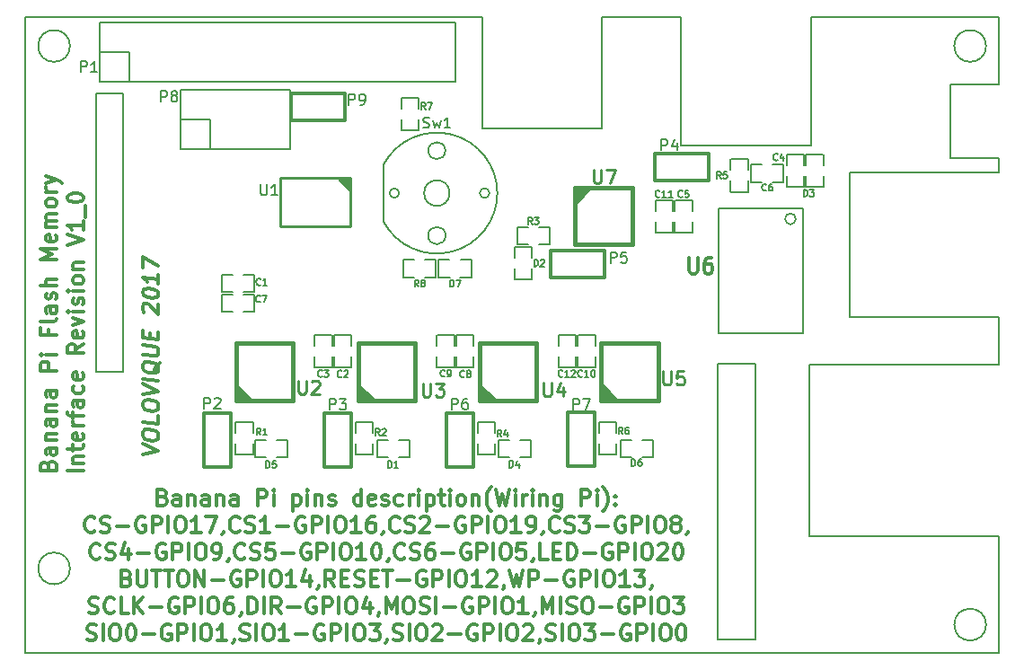
<source format=gbr>
G04 #@! TF.FileFunction,Legend,Top*
%FSLAX46Y46*%
G04 Gerber Fmt 4.6, Leading zero omitted, Abs format (unit mm)*
G04 Created by KiCad (PCBNEW 4.0.5-e0-6337~49~ubuntu16.04.1) date Fri Jan 27 20:14:08 2017*
%MOMM*%
%LPD*%
G01*
G04 APERTURE LIST*
%ADD10C,0.100000*%
%ADD11C,0.300000*%
%ADD12C,0.150000*%
%ADD13C,0.304800*%
%ADD14C,0.381000*%
%ADD15C,0.127000*%
%ADD16C,0.203200*%
%ADD17C,0.254000*%
%ADD18C,0.256000*%
G04 APERTURE END LIST*
D10*
D11*
X127538571Y-114704464D02*
X129038571Y-114391964D01*
X127538571Y-113704464D01*
X127538571Y-112918750D02*
X127538571Y-112633036D01*
X127610000Y-112499107D01*
X127752857Y-112374107D01*
X128038571Y-112338393D01*
X128538571Y-112400893D01*
X128824286Y-112508036D01*
X128967143Y-112668750D01*
X129038571Y-112820536D01*
X129038571Y-113106250D01*
X128967143Y-113240179D01*
X128824286Y-113365179D01*
X128538571Y-113400893D01*
X128038571Y-113338393D01*
X127752857Y-113231250D01*
X127610000Y-113070536D01*
X127538571Y-112918750D01*
X129038571Y-111106249D02*
X129038571Y-111820535D01*
X127538571Y-111633035D01*
X127538571Y-110133035D02*
X127538571Y-109847321D01*
X127610000Y-109713392D01*
X127752857Y-109588392D01*
X128038571Y-109552678D01*
X128538571Y-109615178D01*
X128824286Y-109722321D01*
X128967143Y-109883035D01*
X129038571Y-110034821D01*
X129038571Y-110320535D01*
X128967143Y-110454464D01*
X128824286Y-110579464D01*
X128538571Y-110615178D01*
X128038571Y-110552678D01*
X127752857Y-110445535D01*
X127610000Y-110284821D01*
X127538571Y-110133035D01*
X127538571Y-109061606D02*
X129038571Y-108749106D01*
X127538571Y-108061606D01*
X129038571Y-107749106D02*
X127538571Y-107561606D01*
X129181429Y-106052678D02*
X129110000Y-106186606D01*
X128967143Y-106311606D01*
X128752857Y-106499106D01*
X128681429Y-106633035D01*
X128681429Y-106775892D01*
X129038571Y-106749106D02*
X128967143Y-106883035D01*
X128824286Y-107008035D01*
X128538571Y-107043749D01*
X128038571Y-106981249D01*
X127752857Y-106874106D01*
X127610000Y-106713392D01*
X127538571Y-106561606D01*
X127538571Y-106275892D01*
X127610000Y-106141963D01*
X127752857Y-106016963D01*
X128038571Y-105981249D01*
X128538571Y-106043749D01*
X128824286Y-106150892D01*
X128967143Y-106311606D01*
X129038571Y-106463392D01*
X129038571Y-106749106D01*
X127538571Y-105275891D02*
X128752857Y-105427677D01*
X128895714Y-105374106D01*
X128967143Y-105311606D01*
X129038571Y-105177677D01*
X129038571Y-104891963D01*
X128967143Y-104740177D01*
X128895714Y-104659820D01*
X128752857Y-104570534D01*
X127538571Y-104418748D01*
X128252857Y-103793748D02*
X128252857Y-103293748D01*
X129038571Y-103177676D02*
X129038571Y-103891962D01*
X127538571Y-103704462D01*
X127538571Y-102990176D01*
X127681429Y-101293749D02*
X127610000Y-101213391D01*
X127538571Y-101061605D01*
X127538571Y-100704462D01*
X127610000Y-100570534D01*
X127681429Y-100508034D01*
X127824286Y-100454463D01*
X127967143Y-100472320D01*
X128181429Y-100570534D01*
X129038571Y-101534819D01*
X129038571Y-100606248D01*
X127538571Y-99490177D02*
X127538571Y-99347320D01*
X127610000Y-99213392D01*
X127681429Y-99150892D01*
X127824286Y-99097320D01*
X128110000Y-99061606D01*
X128467143Y-99106249D01*
X128752857Y-99213391D01*
X128895714Y-99302677D01*
X128967143Y-99383035D01*
X129038571Y-99534820D01*
X129038571Y-99677677D01*
X128967143Y-99811606D01*
X128895714Y-99874106D01*
X128752857Y-99927677D01*
X128467143Y-99963392D01*
X128110000Y-99918749D01*
X127824286Y-99811606D01*
X127681429Y-99722321D01*
X127610000Y-99641963D01*
X127538571Y-99490177D01*
X129038571Y-97749106D02*
X129038571Y-98606249D01*
X129038571Y-98177677D02*
X127538571Y-97990177D01*
X127752857Y-98159820D01*
X127895714Y-98320535D01*
X127967143Y-98472321D01*
X127538571Y-97061606D02*
X127538571Y-96061606D01*
X129038571Y-96891963D01*
X129458570Y-118717857D02*
X129672856Y-118789286D01*
X129744284Y-118860714D01*
X129815713Y-119003571D01*
X129815713Y-119217857D01*
X129744284Y-119360714D01*
X129672856Y-119432143D01*
X129529998Y-119503571D01*
X128958570Y-119503571D01*
X128958570Y-118003571D01*
X129458570Y-118003571D01*
X129601427Y-118075000D01*
X129672856Y-118146429D01*
X129744284Y-118289286D01*
X129744284Y-118432143D01*
X129672856Y-118575000D01*
X129601427Y-118646429D01*
X129458570Y-118717857D01*
X128958570Y-118717857D01*
X131101427Y-119503571D02*
X131101427Y-118717857D01*
X131029998Y-118575000D01*
X130887141Y-118503571D01*
X130601427Y-118503571D01*
X130458570Y-118575000D01*
X131101427Y-119432143D02*
X130958570Y-119503571D01*
X130601427Y-119503571D01*
X130458570Y-119432143D01*
X130387141Y-119289286D01*
X130387141Y-119146429D01*
X130458570Y-119003571D01*
X130601427Y-118932143D01*
X130958570Y-118932143D01*
X131101427Y-118860714D01*
X131815713Y-118503571D02*
X131815713Y-119503571D01*
X131815713Y-118646429D02*
X131887141Y-118575000D01*
X132029999Y-118503571D01*
X132244284Y-118503571D01*
X132387141Y-118575000D01*
X132458570Y-118717857D01*
X132458570Y-119503571D01*
X133815713Y-119503571D02*
X133815713Y-118717857D01*
X133744284Y-118575000D01*
X133601427Y-118503571D01*
X133315713Y-118503571D01*
X133172856Y-118575000D01*
X133815713Y-119432143D02*
X133672856Y-119503571D01*
X133315713Y-119503571D01*
X133172856Y-119432143D01*
X133101427Y-119289286D01*
X133101427Y-119146429D01*
X133172856Y-119003571D01*
X133315713Y-118932143D01*
X133672856Y-118932143D01*
X133815713Y-118860714D01*
X134529999Y-118503571D02*
X134529999Y-119503571D01*
X134529999Y-118646429D02*
X134601427Y-118575000D01*
X134744285Y-118503571D01*
X134958570Y-118503571D01*
X135101427Y-118575000D01*
X135172856Y-118717857D01*
X135172856Y-119503571D01*
X136529999Y-119503571D02*
X136529999Y-118717857D01*
X136458570Y-118575000D01*
X136315713Y-118503571D01*
X136029999Y-118503571D01*
X135887142Y-118575000D01*
X136529999Y-119432143D02*
X136387142Y-119503571D01*
X136029999Y-119503571D01*
X135887142Y-119432143D01*
X135815713Y-119289286D01*
X135815713Y-119146429D01*
X135887142Y-119003571D01*
X136029999Y-118932143D01*
X136387142Y-118932143D01*
X136529999Y-118860714D01*
X138387142Y-119503571D02*
X138387142Y-118003571D01*
X138958570Y-118003571D01*
X139101428Y-118075000D01*
X139172856Y-118146429D01*
X139244285Y-118289286D01*
X139244285Y-118503571D01*
X139172856Y-118646429D01*
X139101428Y-118717857D01*
X138958570Y-118789286D01*
X138387142Y-118789286D01*
X139887142Y-119503571D02*
X139887142Y-118503571D01*
X139887142Y-118003571D02*
X139815713Y-118075000D01*
X139887142Y-118146429D01*
X139958570Y-118075000D01*
X139887142Y-118003571D01*
X139887142Y-118146429D01*
X141744285Y-118503571D02*
X141744285Y-120003571D01*
X141744285Y-118575000D02*
X141887142Y-118503571D01*
X142172856Y-118503571D01*
X142315713Y-118575000D01*
X142387142Y-118646429D01*
X142458571Y-118789286D01*
X142458571Y-119217857D01*
X142387142Y-119360714D01*
X142315713Y-119432143D01*
X142172856Y-119503571D01*
X141887142Y-119503571D01*
X141744285Y-119432143D01*
X143101428Y-119503571D02*
X143101428Y-118503571D01*
X143101428Y-118003571D02*
X143029999Y-118075000D01*
X143101428Y-118146429D01*
X143172856Y-118075000D01*
X143101428Y-118003571D01*
X143101428Y-118146429D01*
X143815714Y-118503571D02*
X143815714Y-119503571D01*
X143815714Y-118646429D02*
X143887142Y-118575000D01*
X144030000Y-118503571D01*
X144244285Y-118503571D01*
X144387142Y-118575000D01*
X144458571Y-118717857D01*
X144458571Y-119503571D01*
X145101428Y-119432143D02*
X145244285Y-119503571D01*
X145530000Y-119503571D01*
X145672857Y-119432143D01*
X145744285Y-119289286D01*
X145744285Y-119217857D01*
X145672857Y-119075000D01*
X145530000Y-119003571D01*
X145315714Y-119003571D01*
X145172857Y-118932143D01*
X145101428Y-118789286D01*
X145101428Y-118717857D01*
X145172857Y-118575000D01*
X145315714Y-118503571D01*
X145530000Y-118503571D01*
X145672857Y-118575000D01*
X148172857Y-119503571D02*
X148172857Y-118003571D01*
X148172857Y-119432143D02*
X148030000Y-119503571D01*
X147744286Y-119503571D01*
X147601428Y-119432143D01*
X147530000Y-119360714D01*
X147458571Y-119217857D01*
X147458571Y-118789286D01*
X147530000Y-118646429D01*
X147601428Y-118575000D01*
X147744286Y-118503571D01*
X148030000Y-118503571D01*
X148172857Y-118575000D01*
X149458571Y-119432143D02*
X149315714Y-119503571D01*
X149030000Y-119503571D01*
X148887143Y-119432143D01*
X148815714Y-119289286D01*
X148815714Y-118717857D01*
X148887143Y-118575000D01*
X149030000Y-118503571D01*
X149315714Y-118503571D01*
X149458571Y-118575000D01*
X149530000Y-118717857D01*
X149530000Y-118860714D01*
X148815714Y-119003571D01*
X150101428Y-119432143D02*
X150244285Y-119503571D01*
X150530000Y-119503571D01*
X150672857Y-119432143D01*
X150744285Y-119289286D01*
X150744285Y-119217857D01*
X150672857Y-119075000D01*
X150530000Y-119003571D01*
X150315714Y-119003571D01*
X150172857Y-118932143D01*
X150101428Y-118789286D01*
X150101428Y-118717857D01*
X150172857Y-118575000D01*
X150315714Y-118503571D01*
X150530000Y-118503571D01*
X150672857Y-118575000D01*
X152030000Y-119432143D02*
X151887143Y-119503571D01*
X151601429Y-119503571D01*
X151458571Y-119432143D01*
X151387143Y-119360714D01*
X151315714Y-119217857D01*
X151315714Y-118789286D01*
X151387143Y-118646429D01*
X151458571Y-118575000D01*
X151601429Y-118503571D01*
X151887143Y-118503571D01*
X152030000Y-118575000D01*
X152672857Y-119503571D02*
X152672857Y-118503571D01*
X152672857Y-118789286D02*
X152744285Y-118646429D01*
X152815714Y-118575000D01*
X152958571Y-118503571D01*
X153101428Y-118503571D01*
X153601428Y-119503571D02*
X153601428Y-118503571D01*
X153601428Y-118003571D02*
X153529999Y-118075000D01*
X153601428Y-118146429D01*
X153672856Y-118075000D01*
X153601428Y-118003571D01*
X153601428Y-118146429D01*
X154315714Y-118503571D02*
X154315714Y-120003571D01*
X154315714Y-118575000D02*
X154458571Y-118503571D01*
X154744285Y-118503571D01*
X154887142Y-118575000D01*
X154958571Y-118646429D01*
X155030000Y-118789286D01*
X155030000Y-119217857D01*
X154958571Y-119360714D01*
X154887142Y-119432143D01*
X154744285Y-119503571D01*
X154458571Y-119503571D01*
X154315714Y-119432143D01*
X155458571Y-118503571D02*
X156030000Y-118503571D01*
X155672857Y-118003571D02*
X155672857Y-119289286D01*
X155744285Y-119432143D01*
X155887143Y-119503571D01*
X156030000Y-119503571D01*
X156530000Y-119503571D02*
X156530000Y-118503571D01*
X156530000Y-118003571D02*
X156458571Y-118075000D01*
X156530000Y-118146429D01*
X156601428Y-118075000D01*
X156530000Y-118003571D01*
X156530000Y-118146429D01*
X157458572Y-119503571D02*
X157315714Y-119432143D01*
X157244286Y-119360714D01*
X157172857Y-119217857D01*
X157172857Y-118789286D01*
X157244286Y-118646429D01*
X157315714Y-118575000D01*
X157458572Y-118503571D01*
X157672857Y-118503571D01*
X157815714Y-118575000D01*
X157887143Y-118646429D01*
X157958572Y-118789286D01*
X157958572Y-119217857D01*
X157887143Y-119360714D01*
X157815714Y-119432143D01*
X157672857Y-119503571D01*
X157458572Y-119503571D01*
X158601429Y-118503571D02*
X158601429Y-119503571D01*
X158601429Y-118646429D02*
X158672857Y-118575000D01*
X158815715Y-118503571D01*
X159030000Y-118503571D01*
X159172857Y-118575000D01*
X159244286Y-118717857D01*
X159244286Y-119503571D01*
X160387143Y-120075000D02*
X160315715Y-120003571D01*
X160172858Y-119789286D01*
X160101429Y-119646429D01*
X160030000Y-119432143D01*
X159958572Y-119075000D01*
X159958572Y-118789286D01*
X160030000Y-118432143D01*
X160101429Y-118217857D01*
X160172858Y-118075000D01*
X160315715Y-117860714D01*
X160387143Y-117789286D01*
X160815715Y-118003571D02*
X161172858Y-119503571D01*
X161458572Y-118432143D01*
X161744286Y-119503571D01*
X162101429Y-118003571D01*
X162672858Y-119503571D02*
X162672858Y-118503571D01*
X162672858Y-118003571D02*
X162601429Y-118075000D01*
X162672858Y-118146429D01*
X162744286Y-118075000D01*
X162672858Y-118003571D01*
X162672858Y-118146429D01*
X163387144Y-119503571D02*
X163387144Y-118503571D01*
X163387144Y-118789286D02*
X163458572Y-118646429D01*
X163530001Y-118575000D01*
X163672858Y-118503571D01*
X163815715Y-118503571D01*
X164315715Y-119503571D02*
X164315715Y-118503571D01*
X164315715Y-118003571D02*
X164244286Y-118075000D01*
X164315715Y-118146429D01*
X164387143Y-118075000D01*
X164315715Y-118003571D01*
X164315715Y-118146429D01*
X165030001Y-118503571D02*
X165030001Y-119503571D01*
X165030001Y-118646429D02*
X165101429Y-118575000D01*
X165244287Y-118503571D01*
X165458572Y-118503571D01*
X165601429Y-118575000D01*
X165672858Y-118717857D01*
X165672858Y-119503571D01*
X167030001Y-118503571D02*
X167030001Y-119717857D01*
X166958572Y-119860714D01*
X166887144Y-119932143D01*
X166744287Y-120003571D01*
X166530001Y-120003571D01*
X166387144Y-119932143D01*
X167030001Y-119432143D02*
X166887144Y-119503571D01*
X166601430Y-119503571D01*
X166458572Y-119432143D01*
X166387144Y-119360714D01*
X166315715Y-119217857D01*
X166315715Y-118789286D01*
X166387144Y-118646429D01*
X166458572Y-118575000D01*
X166601430Y-118503571D01*
X166887144Y-118503571D01*
X167030001Y-118575000D01*
X168887144Y-119503571D02*
X168887144Y-118003571D01*
X169458572Y-118003571D01*
X169601430Y-118075000D01*
X169672858Y-118146429D01*
X169744287Y-118289286D01*
X169744287Y-118503571D01*
X169672858Y-118646429D01*
X169601430Y-118717857D01*
X169458572Y-118789286D01*
X168887144Y-118789286D01*
X170387144Y-119503571D02*
X170387144Y-118503571D01*
X170387144Y-118003571D02*
X170315715Y-118075000D01*
X170387144Y-118146429D01*
X170458572Y-118075000D01*
X170387144Y-118003571D01*
X170387144Y-118146429D01*
X170958573Y-120075000D02*
X171030001Y-120003571D01*
X171172858Y-119789286D01*
X171244287Y-119646429D01*
X171315716Y-119432143D01*
X171387144Y-119075000D01*
X171387144Y-118789286D01*
X171315716Y-118432143D01*
X171244287Y-118217857D01*
X171172858Y-118075000D01*
X171030001Y-117860714D01*
X170958573Y-117789286D01*
X172101430Y-119360714D02*
X172172858Y-119432143D01*
X172101430Y-119503571D01*
X172030001Y-119432143D01*
X172101430Y-119360714D01*
X172101430Y-119503571D01*
X172101430Y-118575000D02*
X172172858Y-118646429D01*
X172101430Y-118717857D01*
X172030001Y-118646429D01*
X172101430Y-118575000D01*
X172101430Y-118717857D01*
X123030001Y-121910714D02*
X122958572Y-121982143D01*
X122744286Y-122053571D01*
X122601429Y-122053571D01*
X122387144Y-121982143D01*
X122244286Y-121839286D01*
X122172858Y-121696429D01*
X122101429Y-121410714D01*
X122101429Y-121196429D01*
X122172858Y-120910714D01*
X122244286Y-120767857D01*
X122387144Y-120625000D01*
X122601429Y-120553571D01*
X122744286Y-120553571D01*
X122958572Y-120625000D01*
X123030001Y-120696429D01*
X123601429Y-121982143D02*
X123815715Y-122053571D01*
X124172858Y-122053571D01*
X124315715Y-121982143D01*
X124387144Y-121910714D01*
X124458572Y-121767857D01*
X124458572Y-121625000D01*
X124387144Y-121482143D01*
X124315715Y-121410714D01*
X124172858Y-121339286D01*
X123887144Y-121267857D01*
X123744286Y-121196429D01*
X123672858Y-121125000D01*
X123601429Y-120982143D01*
X123601429Y-120839286D01*
X123672858Y-120696429D01*
X123744286Y-120625000D01*
X123887144Y-120553571D01*
X124244286Y-120553571D01*
X124458572Y-120625000D01*
X125101429Y-121482143D02*
X126244286Y-121482143D01*
X127744286Y-120625000D02*
X127601429Y-120553571D01*
X127387143Y-120553571D01*
X127172858Y-120625000D01*
X127030000Y-120767857D01*
X126958572Y-120910714D01*
X126887143Y-121196429D01*
X126887143Y-121410714D01*
X126958572Y-121696429D01*
X127030000Y-121839286D01*
X127172858Y-121982143D01*
X127387143Y-122053571D01*
X127530000Y-122053571D01*
X127744286Y-121982143D01*
X127815715Y-121910714D01*
X127815715Y-121410714D01*
X127530000Y-121410714D01*
X128458572Y-122053571D02*
X128458572Y-120553571D01*
X129030000Y-120553571D01*
X129172858Y-120625000D01*
X129244286Y-120696429D01*
X129315715Y-120839286D01*
X129315715Y-121053571D01*
X129244286Y-121196429D01*
X129172858Y-121267857D01*
X129030000Y-121339286D01*
X128458572Y-121339286D01*
X129958572Y-122053571D02*
X129958572Y-120553571D01*
X130958572Y-120553571D02*
X131244286Y-120553571D01*
X131387144Y-120625000D01*
X131530001Y-120767857D01*
X131601429Y-121053571D01*
X131601429Y-121553571D01*
X131530001Y-121839286D01*
X131387144Y-121982143D01*
X131244286Y-122053571D01*
X130958572Y-122053571D01*
X130815715Y-121982143D01*
X130672858Y-121839286D01*
X130601429Y-121553571D01*
X130601429Y-121053571D01*
X130672858Y-120767857D01*
X130815715Y-120625000D01*
X130958572Y-120553571D01*
X133030001Y-122053571D02*
X132172858Y-122053571D01*
X132601430Y-122053571D02*
X132601430Y-120553571D01*
X132458573Y-120767857D01*
X132315715Y-120910714D01*
X132172858Y-120982143D01*
X133530001Y-120553571D02*
X134530001Y-120553571D01*
X133887144Y-122053571D01*
X135172857Y-121982143D02*
X135172857Y-122053571D01*
X135101429Y-122196429D01*
X135030000Y-122267857D01*
X136672858Y-121910714D02*
X136601429Y-121982143D01*
X136387143Y-122053571D01*
X136244286Y-122053571D01*
X136030001Y-121982143D01*
X135887143Y-121839286D01*
X135815715Y-121696429D01*
X135744286Y-121410714D01*
X135744286Y-121196429D01*
X135815715Y-120910714D01*
X135887143Y-120767857D01*
X136030001Y-120625000D01*
X136244286Y-120553571D01*
X136387143Y-120553571D01*
X136601429Y-120625000D01*
X136672858Y-120696429D01*
X137244286Y-121982143D02*
X137458572Y-122053571D01*
X137815715Y-122053571D01*
X137958572Y-121982143D01*
X138030001Y-121910714D01*
X138101429Y-121767857D01*
X138101429Y-121625000D01*
X138030001Y-121482143D01*
X137958572Y-121410714D01*
X137815715Y-121339286D01*
X137530001Y-121267857D01*
X137387143Y-121196429D01*
X137315715Y-121125000D01*
X137244286Y-120982143D01*
X137244286Y-120839286D01*
X137315715Y-120696429D01*
X137387143Y-120625000D01*
X137530001Y-120553571D01*
X137887143Y-120553571D01*
X138101429Y-120625000D01*
X139530000Y-122053571D02*
X138672857Y-122053571D01*
X139101429Y-122053571D02*
X139101429Y-120553571D01*
X138958572Y-120767857D01*
X138815714Y-120910714D01*
X138672857Y-120982143D01*
X140172857Y-121482143D02*
X141315714Y-121482143D01*
X142815714Y-120625000D02*
X142672857Y-120553571D01*
X142458571Y-120553571D01*
X142244286Y-120625000D01*
X142101428Y-120767857D01*
X142030000Y-120910714D01*
X141958571Y-121196429D01*
X141958571Y-121410714D01*
X142030000Y-121696429D01*
X142101428Y-121839286D01*
X142244286Y-121982143D01*
X142458571Y-122053571D01*
X142601428Y-122053571D01*
X142815714Y-121982143D01*
X142887143Y-121910714D01*
X142887143Y-121410714D01*
X142601428Y-121410714D01*
X143530000Y-122053571D02*
X143530000Y-120553571D01*
X144101428Y-120553571D01*
X144244286Y-120625000D01*
X144315714Y-120696429D01*
X144387143Y-120839286D01*
X144387143Y-121053571D01*
X144315714Y-121196429D01*
X144244286Y-121267857D01*
X144101428Y-121339286D01*
X143530000Y-121339286D01*
X145030000Y-122053571D02*
X145030000Y-120553571D01*
X146030000Y-120553571D02*
X146315714Y-120553571D01*
X146458572Y-120625000D01*
X146601429Y-120767857D01*
X146672857Y-121053571D01*
X146672857Y-121553571D01*
X146601429Y-121839286D01*
X146458572Y-121982143D01*
X146315714Y-122053571D01*
X146030000Y-122053571D01*
X145887143Y-121982143D01*
X145744286Y-121839286D01*
X145672857Y-121553571D01*
X145672857Y-121053571D01*
X145744286Y-120767857D01*
X145887143Y-120625000D01*
X146030000Y-120553571D01*
X148101429Y-122053571D02*
X147244286Y-122053571D01*
X147672858Y-122053571D02*
X147672858Y-120553571D01*
X147530001Y-120767857D01*
X147387143Y-120910714D01*
X147244286Y-120982143D01*
X149387143Y-120553571D02*
X149101429Y-120553571D01*
X148958572Y-120625000D01*
X148887143Y-120696429D01*
X148744286Y-120910714D01*
X148672857Y-121196429D01*
X148672857Y-121767857D01*
X148744286Y-121910714D01*
X148815714Y-121982143D01*
X148958572Y-122053571D01*
X149244286Y-122053571D01*
X149387143Y-121982143D01*
X149458572Y-121910714D01*
X149530000Y-121767857D01*
X149530000Y-121410714D01*
X149458572Y-121267857D01*
X149387143Y-121196429D01*
X149244286Y-121125000D01*
X148958572Y-121125000D01*
X148815714Y-121196429D01*
X148744286Y-121267857D01*
X148672857Y-121410714D01*
X150244285Y-121982143D02*
X150244285Y-122053571D01*
X150172857Y-122196429D01*
X150101428Y-122267857D01*
X151744286Y-121910714D02*
X151672857Y-121982143D01*
X151458571Y-122053571D01*
X151315714Y-122053571D01*
X151101429Y-121982143D01*
X150958571Y-121839286D01*
X150887143Y-121696429D01*
X150815714Y-121410714D01*
X150815714Y-121196429D01*
X150887143Y-120910714D01*
X150958571Y-120767857D01*
X151101429Y-120625000D01*
X151315714Y-120553571D01*
X151458571Y-120553571D01*
X151672857Y-120625000D01*
X151744286Y-120696429D01*
X152315714Y-121982143D02*
X152530000Y-122053571D01*
X152887143Y-122053571D01*
X153030000Y-121982143D01*
X153101429Y-121910714D01*
X153172857Y-121767857D01*
X153172857Y-121625000D01*
X153101429Y-121482143D01*
X153030000Y-121410714D01*
X152887143Y-121339286D01*
X152601429Y-121267857D01*
X152458571Y-121196429D01*
X152387143Y-121125000D01*
X152315714Y-120982143D01*
X152315714Y-120839286D01*
X152387143Y-120696429D01*
X152458571Y-120625000D01*
X152601429Y-120553571D01*
X152958571Y-120553571D01*
X153172857Y-120625000D01*
X153744285Y-120696429D02*
X153815714Y-120625000D01*
X153958571Y-120553571D01*
X154315714Y-120553571D01*
X154458571Y-120625000D01*
X154530000Y-120696429D01*
X154601428Y-120839286D01*
X154601428Y-120982143D01*
X154530000Y-121196429D01*
X153672857Y-122053571D01*
X154601428Y-122053571D01*
X155244285Y-121482143D02*
X156387142Y-121482143D01*
X157887142Y-120625000D02*
X157744285Y-120553571D01*
X157529999Y-120553571D01*
X157315714Y-120625000D01*
X157172856Y-120767857D01*
X157101428Y-120910714D01*
X157029999Y-121196429D01*
X157029999Y-121410714D01*
X157101428Y-121696429D01*
X157172856Y-121839286D01*
X157315714Y-121982143D01*
X157529999Y-122053571D01*
X157672856Y-122053571D01*
X157887142Y-121982143D01*
X157958571Y-121910714D01*
X157958571Y-121410714D01*
X157672856Y-121410714D01*
X158601428Y-122053571D02*
X158601428Y-120553571D01*
X159172856Y-120553571D01*
X159315714Y-120625000D01*
X159387142Y-120696429D01*
X159458571Y-120839286D01*
X159458571Y-121053571D01*
X159387142Y-121196429D01*
X159315714Y-121267857D01*
X159172856Y-121339286D01*
X158601428Y-121339286D01*
X160101428Y-122053571D02*
X160101428Y-120553571D01*
X161101428Y-120553571D02*
X161387142Y-120553571D01*
X161530000Y-120625000D01*
X161672857Y-120767857D01*
X161744285Y-121053571D01*
X161744285Y-121553571D01*
X161672857Y-121839286D01*
X161530000Y-121982143D01*
X161387142Y-122053571D01*
X161101428Y-122053571D01*
X160958571Y-121982143D01*
X160815714Y-121839286D01*
X160744285Y-121553571D01*
X160744285Y-121053571D01*
X160815714Y-120767857D01*
X160958571Y-120625000D01*
X161101428Y-120553571D01*
X163172857Y-122053571D02*
X162315714Y-122053571D01*
X162744286Y-122053571D02*
X162744286Y-120553571D01*
X162601429Y-120767857D01*
X162458571Y-120910714D01*
X162315714Y-120982143D01*
X163887142Y-122053571D02*
X164172857Y-122053571D01*
X164315714Y-121982143D01*
X164387142Y-121910714D01*
X164530000Y-121696429D01*
X164601428Y-121410714D01*
X164601428Y-120839286D01*
X164530000Y-120696429D01*
X164458571Y-120625000D01*
X164315714Y-120553571D01*
X164030000Y-120553571D01*
X163887142Y-120625000D01*
X163815714Y-120696429D01*
X163744285Y-120839286D01*
X163744285Y-121196429D01*
X163815714Y-121339286D01*
X163887142Y-121410714D01*
X164030000Y-121482143D01*
X164315714Y-121482143D01*
X164458571Y-121410714D01*
X164530000Y-121339286D01*
X164601428Y-121196429D01*
X165315713Y-121982143D02*
X165315713Y-122053571D01*
X165244285Y-122196429D01*
X165172856Y-122267857D01*
X166815714Y-121910714D02*
X166744285Y-121982143D01*
X166529999Y-122053571D01*
X166387142Y-122053571D01*
X166172857Y-121982143D01*
X166029999Y-121839286D01*
X165958571Y-121696429D01*
X165887142Y-121410714D01*
X165887142Y-121196429D01*
X165958571Y-120910714D01*
X166029999Y-120767857D01*
X166172857Y-120625000D01*
X166387142Y-120553571D01*
X166529999Y-120553571D01*
X166744285Y-120625000D01*
X166815714Y-120696429D01*
X167387142Y-121982143D02*
X167601428Y-122053571D01*
X167958571Y-122053571D01*
X168101428Y-121982143D01*
X168172857Y-121910714D01*
X168244285Y-121767857D01*
X168244285Y-121625000D01*
X168172857Y-121482143D01*
X168101428Y-121410714D01*
X167958571Y-121339286D01*
X167672857Y-121267857D01*
X167529999Y-121196429D01*
X167458571Y-121125000D01*
X167387142Y-120982143D01*
X167387142Y-120839286D01*
X167458571Y-120696429D01*
X167529999Y-120625000D01*
X167672857Y-120553571D01*
X168029999Y-120553571D01*
X168244285Y-120625000D01*
X168744285Y-120553571D02*
X169672856Y-120553571D01*
X169172856Y-121125000D01*
X169387142Y-121125000D01*
X169529999Y-121196429D01*
X169601428Y-121267857D01*
X169672856Y-121410714D01*
X169672856Y-121767857D01*
X169601428Y-121910714D01*
X169529999Y-121982143D01*
X169387142Y-122053571D01*
X168958570Y-122053571D01*
X168815713Y-121982143D01*
X168744285Y-121910714D01*
X170315713Y-121482143D02*
X171458570Y-121482143D01*
X172958570Y-120625000D02*
X172815713Y-120553571D01*
X172601427Y-120553571D01*
X172387142Y-120625000D01*
X172244284Y-120767857D01*
X172172856Y-120910714D01*
X172101427Y-121196429D01*
X172101427Y-121410714D01*
X172172856Y-121696429D01*
X172244284Y-121839286D01*
X172387142Y-121982143D01*
X172601427Y-122053571D01*
X172744284Y-122053571D01*
X172958570Y-121982143D01*
X173029999Y-121910714D01*
X173029999Y-121410714D01*
X172744284Y-121410714D01*
X173672856Y-122053571D02*
X173672856Y-120553571D01*
X174244284Y-120553571D01*
X174387142Y-120625000D01*
X174458570Y-120696429D01*
X174529999Y-120839286D01*
X174529999Y-121053571D01*
X174458570Y-121196429D01*
X174387142Y-121267857D01*
X174244284Y-121339286D01*
X173672856Y-121339286D01*
X175172856Y-122053571D02*
X175172856Y-120553571D01*
X176172856Y-120553571D02*
X176458570Y-120553571D01*
X176601428Y-120625000D01*
X176744285Y-120767857D01*
X176815713Y-121053571D01*
X176815713Y-121553571D01*
X176744285Y-121839286D01*
X176601428Y-121982143D01*
X176458570Y-122053571D01*
X176172856Y-122053571D01*
X176029999Y-121982143D01*
X175887142Y-121839286D01*
X175815713Y-121553571D01*
X175815713Y-121053571D01*
X175887142Y-120767857D01*
X176029999Y-120625000D01*
X176172856Y-120553571D01*
X177672857Y-121196429D02*
X177529999Y-121125000D01*
X177458571Y-121053571D01*
X177387142Y-120910714D01*
X177387142Y-120839286D01*
X177458571Y-120696429D01*
X177529999Y-120625000D01*
X177672857Y-120553571D01*
X177958571Y-120553571D01*
X178101428Y-120625000D01*
X178172857Y-120696429D01*
X178244285Y-120839286D01*
X178244285Y-120910714D01*
X178172857Y-121053571D01*
X178101428Y-121125000D01*
X177958571Y-121196429D01*
X177672857Y-121196429D01*
X177529999Y-121267857D01*
X177458571Y-121339286D01*
X177387142Y-121482143D01*
X177387142Y-121767857D01*
X177458571Y-121910714D01*
X177529999Y-121982143D01*
X177672857Y-122053571D01*
X177958571Y-122053571D01*
X178101428Y-121982143D01*
X178172857Y-121910714D01*
X178244285Y-121767857D01*
X178244285Y-121482143D01*
X178172857Y-121339286D01*
X178101428Y-121267857D01*
X177958571Y-121196429D01*
X178958570Y-121982143D02*
X178958570Y-122053571D01*
X178887142Y-122196429D01*
X178815713Y-122267857D01*
X123530001Y-124460714D02*
X123458572Y-124532143D01*
X123244286Y-124603571D01*
X123101429Y-124603571D01*
X122887144Y-124532143D01*
X122744286Y-124389286D01*
X122672858Y-124246429D01*
X122601429Y-123960714D01*
X122601429Y-123746429D01*
X122672858Y-123460714D01*
X122744286Y-123317857D01*
X122887144Y-123175000D01*
X123101429Y-123103571D01*
X123244286Y-123103571D01*
X123458572Y-123175000D01*
X123530001Y-123246429D01*
X124101429Y-124532143D02*
X124315715Y-124603571D01*
X124672858Y-124603571D01*
X124815715Y-124532143D01*
X124887144Y-124460714D01*
X124958572Y-124317857D01*
X124958572Y-124175000D01*
X124887144Y-124032143D01*
X124815715Y-123960714D01*
X124672858Y-123889286D01*
X124387144Y-123817857D01*
X124244286Y-123746429D01*
X124172858Y-123675000D01*
X124101429Y-123532143D01*
X124101429Y-123389286D01*
X124172858Y-123246429D01*
X124244286Y-123175000D01*
X124387144Y-123103571D01*
X124744286Y-123103571D01*
X124958572Y-123175000D01*
X126244286Y-123603571D02*
X126244286Y-124603571D01*
X125887143Y-123032143D02*
X125530000Y-124103571D01*
X126458572Y-124103571D01*
X127030000Y-124032143D02*
X128172857Y-124032143D01*
X129672857Y-123175000D02*
X129530000Y-123103571D01*
X129315714Y-123103571D01*
X129101429Y-123175000D01*
X128958571Y-123317857D01*
X128887143Y-123460714D01*
X128815714Y-123746429D01*
X128815714Y-123960714D01*
X128887143Y-124246429D01*
X128958571Y-124389286D01*
X129101429Y-124532143D01*
X129315714Y-124603571D01*
X129458571Y-124603571D01*
X129672857Y-124532143D01*
X129744286Y-124460714D01*
X129744286Y-123960714D01*
X129458571Y-123960714D01*
X130387143Y-124603571D02*
X130387143Y-123103571D01*
X130958571Y-123103571D01*
X131101429Y-123175000D01*
X131172857Y-123246429D01*
X131244286Y-123389286D01*
X131244286Y-123603571D01*
X131172857Y-123746429D01*
X131101429Y-123817857D01*
X130958571Y-123889286D01*
X130387143Y-123889286D01*
X131887143Y-124603571D02*
X131887143Y-123103571D01*
X132887143Y-123103571D02*
X133172857Y-123103571D01*
X133315715Y-123175000D01*
X133458572Y-123317857D01*
X133530000Y-123603571D01*
X133530000Y-124103571D01*
X133458572Y-124389286D01*
X133315715Y-124532143D01*
X133172857Y-124603571D01*
X132887143Y-124603571D01*
X132744286Y-124532143D01*
X132601429Y-124389286D01*
X132530000Y-124103571D01*
X132530000Y-123603571D01*
X132601429Y-123317857D01*
X132744286Y-123175000D01*
X132887143Y-123103571D01*
X134244286Y-124603571D02*
X134530001Y-124603571D01*
X134672858Y-124532143D01*
X134744286Y-124460714D01*
X134887144Y-124246429D01*
X134958572Y-123960714D01*
X134958572Y-123389286D01*
X134887144Y-123246429D01*
X134815715Y-123175000D01*
X134672858Y-123103571D01*
X134387144Y-123103571D01*
X134244286Y-123175000D01*
X134172858Y-123246429D01*
X134101429Y-123389286D01*
X134101429Y-123746429D01*
X134172858Y-123889286D01*
X134244286Y-123960714D01*
X134387144Y-124032143D01*
X134672858Y-124032143D01*
X134815715Y-123960714D01*
X134887144Y-123889286D01*
X134958572Y-123746429D01*
X135672857Y-124532143D02*
X135672857Y-124603571D01*
X135601429Y-124746429D01*
X135530000Y-124817857D01*
X137172858Y-124460714D02*
X137101429Y-124532143D01*
X136887143Y-124603571D01*
X136744286Y-124603571D01*
X136530001Y-124532143D01*
X136387143Y-124389286D01*
X136315715Y-124246429D01*
X136244286Y-123960714D01*
X136244286Y-123746429D01*
X136315715Y-123460714D01*
X136387143Y-123317857D01*
X136530001Y-123175000D01*
X136744286Y-123103571D01*
X136887143Y-123103571D01*
X137101429Y-123175000D01*
X137172858Y-123246429D01*
X137744286Y-124532143D02*
X137958572Y-124603571D01*
X138315715Y-124603571D01*
X138458572Y-124532143D01*
X138530001Y-124460714D01*
X138601429Y-124317857D01*
X138601429Y-124175000D01*
X138530001Y-124032143D01*
X138458572Y-123960714D01*
X138315715Y-123889286D01*
X138030001Y-123817857D01*
X137887143Y-123746429D01*
X137815715Y-123675000D01*
X137744286Y-123532143D01*
X137744286Y-123389286D01*
X137815715Y-123246429D01*
X137887143Y-123175000D01*
X138030001Y-123103571D01*
X138387143Y-123103571D01*
X138601429Y-123175000D01*
X139958572Y-123103571D02*
X139244286Y-123103571D01*
X139172857Y-123817857D01*
X139244286Y-123746429D01*
X139387143Y-123675000D01*
X139744286Y-123675000D01*
X139887143Y-123746429D01*
X139958572Y-123817857D01*
X140030000Y-123960714D01*
X140030000Y-124317857D01*
X139958572Y-124460714D01*
X139887143Y-124532143D01*
X139744286Y-124603571D01*
X139387143Y-124603571D01*
X139244286Y-124532143D01*
X139172857Y-124460714D01*
X140672857Y-124032143D02*
X141815714Y-124032143D01*
X143315714Y-123175000D02*
X143172857Y-123103571D01*
X142958571Y-123103571D01*
X142744286Y-123175000D01*
X142601428Y-123317857D01*
X142530000Y-123460714D01*
X142458571Y-123746429D01*
X142458571Y-123960714D01*
X142530000Y-124246429D01*
X142601428Y-124389286D01*
X142744286Y-124532143D01*
X142958571Y-124603571D01*
X143101428Y-124603571D01*
X143315714Y-124532143D01*
X143387143Y-124460714D01*
X143387143Y-123960714D01*
X143101428Y-123960714D01*
X144030000Y-124603571D02*
X144030000Y-123103571D01*
X144601428Y-123103571D01*
X144744286Y-123175000D01*
X144815714Y-123246429D01*
X144887143Y-123389286D01*
X144887143Y-123603571D01*
X144815714Y-123746429D01*
X144744286Y-123817857D01*
X144601428Y-123889286D01*
X144030000Y-123889286D01*
X145530000Y-124603571D02*
X145530000Y-123103571D01*
X146530000Y-123103571D02*
X146815714Y-123103571D01*
X146958572Y-123175000D01*
X147101429Y-123317857D01*
X147172857Y-123603571D01*
X147172857Y-124103571D01*
X147101429Y-124389286D01*
X146958572Y-124532143D01*
X146815714Y-124603571D01*
X146530000Y-124603571D01*
X146387143Y-124532143D01*
X146244286Y-124389286D01*
X146172857Y-124103571D01*
X146172857Y-123603571D01*
X146244286Y-123317857D01*
X146387143Y-123175000D01*
X146530000Y-123103571D01*
X148601429Y-124603571D02*
X147744286Y-124603571D01*
X148172858Y-124603571D02*
X148172858Y-123103571D01*
X148030001Y-123317857D01*
X147887143Y-123460714D01*
X147744286Y-123532143D01*
X149530000Y-123103571D02*
X149672857Y-123103571D01*
X149815714Y-123175000D01*
X149887143Y-123246429D01*
X149958572Y-123389286D01*
X150030000Y-123675000D01*
X150030000Y-124032143D01*
X149958572Y-124317857D01*
X149887143Y-124460714D01*
X149815714Y-124532143D01*
X149672857Y-124603571D01*
X149530000Y-124603571D01*
X149387143Y-124532143D01*
X149315714Y-124460714D01*
X149244286Y-124317857D01*
X149172857Y-124032143D01*
X149172857Y-123675000D01*
X149244286Y-123389286D01*
X149315714Y-123246429D01*
X149387143Y-123175000D01*
X149530000Y-123103571D01*
X150744285Y-124532143D02*
X150744285Y-124603571D01*
X150672857Y-124746429D01*
X150601428Y-124817857D01*
X152244286Y-124460714D02*
X152172857Y-124532143D01*
X151958571Y-124603571D01*
X151815714Y-124603571D01*
X151601429Y-124532143D01*
X151458571Y-124389286D01*
X151387143Y-124246429D01*
X151315714Y-123960714D01*
X151315714Y-123746429D01*
X151387143Y-123460714D01*
X151458571Y-123317857D01*
X151601429Y-123175000D01*
X151815714Y-123103571D01*
X151958571Y-123103571D01*
X152172857Y-123175000D01*
X152244286Y-123246429D01*
X152815714Y-124532143D02*
X153030000Y-124603571D01*
X153387143Y-124603571D01*
X153530000Y-124532143D01*
X153601429Y-124460714D01*
X153672857Y-124317857D01*
X153672857Y-124175000D01*
X153601429Y-124032143D01*
X153530000Y-123960714D01*
X153387143Y-123889286D01*
X153101429Y-123817857D01*
X152958571Y-123746429D01*
X152887143Y-123675000D01*
X152815714Y-123532143D01*
X152815714Y-123389286D01*
X152887143Y-123246429D01*
X152958571Y-123175000D01*
X153101429Y-123103571D01*
X153458571Y-123103571D01*
X153672857Y-123175000D01*
X154958571Y-123103571D02*
X154672857Y-123103571D01*
X154530000Y-123175000D01*
X154458571Y-123246429D01*
X154315714Y-123460714D01*
X154244285Y-123746429D01*
X154244285Y-124317857D01*
X154315714Y-124460714D01*
X154387142Y-124532143D01*
X154530000Y-124603571D01*
X154815714Y-124603571D01*
X154958571Y-124532143D01*
X155030000Y-124460714D01*
X155101428Y-124317857D01*
X155101428Y-123960714D01*
X155030000Y-123817857D01*
X154958571Y-123746429D01*
X154815714Y-123675000D01*
X154530000Y-123675000D01*
X154387142Y-123746429D01*
X154315714Y-123817857D01*
X154244285Y-123960714D01*
X155744285Y-124032143D02*
X156887142Y-124032143D01*
X158387142Y-123175000D02*
X158244285Y-123103571D01*
X158029999Y-123103571D01*
X157815714Y-123175000D01*
X157672856Y-123317857D01*
X157601428Y-123460714D01*
X157529999Y-123746429D01*
X157529999Y-123960714D01*
X157601428Y-124246429D01*
X157672856Y-124389286D01*
X157815714Y-124532143D01*
X158029999Y-124603571D01*
X158172856Y-124603571D01*
X158387142Y-124532143D01*
X158458571Y-124460714D01*
X158458571Y-123960714D01*
X158172856Y-123960714D01*
X159101428Y-124603571D02*
X159101428Y-123103571D01*
X159672856Y-123103571D01*
X159815714Y-123175000D01*
X159887142Y-123246429D01*
X159958571Y-123389286D01*
X159958571Y-123603571D01*
X159887142Y-123746429D01*
X159815714Y-123817857D01*
X159672856Y-123889286D01*
X159101428Y-123889286D01*
X160601428Y-124603571D02*
X160601428Y-123103571D01*
X161601428Y-123103571D02*
X161887142Y-123103571D01*
X162030000Y-123175000D01*
X162172857Y-123317857D01*
X162244285Y-123603571D01*
X162244285Y-124103571D01*
X162172857Y-124389286D01*
X162030000Y-124532143D01*
X161887142Y-124603571D01*
X161601428Y-124603571D01*
X161458571Y-124532143D01*
X161315714Y-124389286D01*
X161244285Y-124103571D01*
X161244285Y-123603571D01*
X161315714Y-123317857D01*
X161458571Y-123175000D01*
X161601428Y-123103571D01*
X163601429Y-123103571D02*
X162887143Y-123103571D01*
X162815714Y-123817857D01*
X162887143Y-123746429D01*
X163030000Y-123675000D01*
X163387143Y-123675000D01*
X163530000Y-123746429D01*
X163601429Y-123817857D01*
X163672857Y-123960714D01*
X163672857Y-124317857D01*
X163601429Y-124460714D01*
X163530000Y-124532143D01*
X163387143Y-124603571D01*
X163030000Y-124603571D01*
X162887143Y-124532143D01*
X162815714Y-124460714D01*
X164387142Y-124532143D02*
X164387142Y-124603571D01*
X164315714Y-124746429D01*
X164244285Y-124817857D01*
X165744286Y-124603571D02*
X165030000Y-124603571D01*
X165030000Y-123103571D01*
X166244286Y-123817857D02*
X166744286Y-123817857D01*
X166958572Y-124603571D02*
X166244286Y-124603571D01*
X166244286Y-123103571D01*
X166958572Y-123103571D01*
X167601429Y-124603571D02*
X167601429Y-123103571D01*
X167958572Y-123103571D01*
X168172857Y-123175000D01*
X168315715Y-123317857D01*
X168387143Y-123460714D01*
X168458572Y-123746429D01*
X168458572Y-123960714D01*
X168387143Y-124246429D01*
X168315715Y-124389286D01*
X168172857Y-124532143D01*
X167958572Y-124603571D01*
X167601429Y-124603571D01*
X169101429Y-124032143D02*
X170244286Y-124032143D01*
X171744286Y-123175000D02*
X171601429Y-123103571D01*
X171387143Y-123103571D01*
X171172858Y-123175000D01*
X171030000Y-123317857D01*
X170958572Y-123460714D01*
X170887143Y-123746429D01*
X170887143Y-123960714D01*
X170958572Y-124246429D01*
X171030000Y-124389286D01*
X171172858Y-124532143D01*
X171387143Y-124603571D01*
X171530000Y-124603571D01*
X171744286Y-124532143D01*
X171815715Y-124460714D01*
X171815715Y-123960714D01*
X171530000Y-123960714D01*
X172458572Y-124603571D02*
X172458572Y-123103571D01*
X173030000Y-123103571D01*
X173172858Y-123175000D01*
X173244286Y-123246429D01*
X173315715Y-123389286D01*
X173315715Y-123603571D01*
X173244286Y-123746429D01*
X173172858Y-123817857D01*
X173030000Y-123889286D01*
X172458572Y-123889286D01*
X173958572Y-124603571D02*
X173958572Y-123103571D01*
X174958572Y-123103571D02*
X175244286Y-123103571D01*
X175387144Y-123175000D01*
X175530001Y-123317857D01*
X175601429Y-123603571D01*
X175601429Y-124103571D01*
X175530001Y-124389286D01*
X175387144Y-124532143D01*
X175244286Y-124603571D01*
X174958572Y-124603571D01*
X174815715Y-124532143D01*
X174672858Y-124389286D01*
X174601429Y-124103571D01*
X174601429Y-123603571D01*
X174672858Y-123317857D01*
X174815715Y-123175000D01*
X174958572Y-123103571D01*
X176172858Y-123246429D02*
X176244287Y-123175000D01*
X176387144Y-123103571D01*
X176744287Y-123103571D01*
X176887144Y-123175000D01*
X176958573Y-123246429D01*
X177030001Y-123389286D01*
X177030001Y-123532143D01*
X176958573Y-123746429D01*
X176101430Y-124603571D01*
X177030001Y-124603571D01*
X177958572Y-123103571D02*
X178101429Y-123103571D01*
X178244286Y-123175000D01*
X178315715Y-123246429D01*
X178387144Y-123389286D01*
X178458572Y-123675000D01*
X178458572Y-124032143D01*
X178387144Y-124317857D01*
X178315715Y-124460714D01*
X178244286Y-124532143D01*
X178101429Y-124603571D01*
X177958572Y-124603571D01*
X177815715Y-124532143D01*
X177744286Y-124460714D01*
X177672858Y-124317857D01*
X177601429Y-124032143D01*
X177601429Y-123675000D01*
X177672858Y-123389286D01*
X177744286Y-123246429D01*
X177815715Y-123175000D01*
X177958572Y-123103571D01*
X126065714Y-126367857D02*
X126280000Y-126439286D01*
X126351428Y-126510714D01*
X126422857Y-126653571D01*
X126422857Y-126867857D01*
X126351428Y-127010714D01*
X126280000Y-127082143D01*
X126137142Y-127153571D01*
X125565714Y-127153571D01*
X125565714Y-125653571D01*
X126065714Y-125653571D01*
X126208571Y-125725000D01*
X126280000Y-125796429D01*
X126351428Y-125939286D01*
X126351428Y-126082143D01*
X126280000Y-126225000D01*
X126208571Y-126296429D01*
X126065714Y-126367857D01*
X125565714Y-126367857D01*
X127065714Y-125653571D02*
X127065714Y-126867857D01*
X127137142Y-127010714D01*
X127208571Y-127082143D01*
X127351428Y-127153571D01*
X127637142Y-127153571D01*
X127780000Y-127082143D01*
X127851428Y-127010714D01*
X127922857Y-126867857D01*
X127922857Y-125653571D01*
X128422857Y-125653571D02*
X129280000Y-125653571D01*
X128851429Y-127153571D02*
X128851429Y-125653571D01*
X129565714Y-125653571D02*
X130422857Y-125653571D01*
X129994286Y-127153571D02*
X129994286Y-125653571D01*
X131208571Y-125653571D02*
X131494285Y-125653571D01*
X131637143Y-125725000D01*
X131780000Y-125867857D01*
X131851428Y-126153571D01*
X131851428Y-126653571D01*
X131780000Y-126939286D01*
X131637143Y-127082143D01*
X131494285Y-127153571D01*
X131208571Y-127153571D01*
X131065714Y-127082143D01*
X130922857Y-126939286D01*
X130851428Y-126653571D01*
X130851428Y-126153571D01*
X130922857Y-125867857D01*
X131065714Y-125725000D01*
X131208571Y-125653571D01*
X132494286Y-127153571D02*
X132494286Y-125653571D01*
X133351429Y-127153571D01*
X133351429Y-125653571D01*
X134065715Y-126582143D02*
X135208572Y-126582143D01*
X136708572Y-125725000D02*
X136565715Y-125653571D01*
X136351429Y-125653571D01*
X136137144Y-125725000D01*
X135994286Y-125867857D01*
X135922858Y-126010714D01*
X135851429Y-126296429D01*
X135851429Y-126510714D01*
X135922858Y-126796429D01*
X135994286Y-126939286D01*
X136137144Y-127082143D01*
X136351429Y-127153571D01*
X136494286Y-127153571D01*
X136708572Y-127082143D01*
X136780001Y-127010714D01*
X136780001Y-126510714D01*
X136494286Y-126510714D01*
X137422858Y-127153571D02*
X137422858Y-125653571D01*
X137994286Y-125653571D01*
X138137144Y-125725000D01*
X138208572Y-125796429D01*
X138280001Y-125939286D01*
X138280001Y-126153571D01*
X138208572Y-126296429D01*
X138137144Y-126367857D01*
X137994286Y-126439286D01*
X137422858Y-126439286D01*
X138922858Y-127153571D02*
X138922858Y-125653571D01*
X139922858Y-125653571D02*
X140208572Y-125653571D01*
X140351430Y-125725000D01*
X140494287Y-125867857D01*
X140565715Y-126153571D01*
X140565715Y-126653571D01*
X140494287Y-126939286D01*
X140351430Y-127082143D01*
X140208572Y-127153571D01*
X139922858Y-127153571D01*
X139780001Y-127082143D01*
X139637144Y-126939286D01*
X139565715Y-126653571D01*
X139565715Y-126153571D01*
X139637144Y-125867857D01*
X139780001Y-125725000D01*
X139922858Y-125653571D01*
X141994287Y-127153571D02*
X141137144Y-127153571D01*
X141565716Y-127153571D02*
X141565716Y-125653571D01*
X141422859Y-125867857D01*
X141280001Y-126010714D01*
X141137144Y-126082143D01*
X143280001Y-126153571D02*
X143280001Y-127153571D01*
X142922858Y-125582143D02*
X142565715Y-126653571D01*
X143494287Y-126653571D01*
X144137143Y-127082143D02*
X144137143Y-127153571D01*
X144065715Y-127296429D01*
X143994286Y-127367857D01*
X145637144Y-127153571D02*
X145137144Y-126439286D01*
X144780001Y-127153571D02*
X144780001Y-125653571D01*
X145351429Y-125653571D01*
X145494287Y-125725000D01*
X145565715Y-125796429D01*
X145637144Y-125939286D01*
X145637144Y-126153571D01*
X145565715Y-126296429D01*
X145494287Y-126367857D01*
X145351429Y-126439286D01*
X144780001Y-126439286D01*
X146280001Y-126367857D02*
X146780001Y-126367857D01*
X146994287Y-127153571D02*
X146280001Y-127153571D01*
X146280001Y-125653571D01*
X146994287Y-125653571D01*
X147565715Y-127082143D02*
X147780001Y-127153571D01*
X148137144Y-127153571D01*
X148280001Y-127082143D01*
X148351430Y-127010714D01*
X148422858Y-126867857D01*
X148422858Y-126725000D01*
X148351430Y-126582143D01*
X148280001Y-126510714D01*
X148137144Y-126439286D01*
X147851430Y-126367857D01*
X147708572Y-126296429D01*
X147637144Y-126225000D01*
X147565715Y-126082143D01*
X147565715Y-125939286D01*
X147637144Y-125796429D01*
X147708572Y-125725000D01*
X147851430Y-125653571D01*
X148208572Y-125653571D01*
X148422858Y-125725000D01*
X149065715Y-126367857D02*
X149565715Y-126367857D01*
X149780001Y-127153571D02*
X149065715Y-127153571D01*
X149065715Y-125653571D01*
X149780001Y-125653571D01*
X150208572Y-125653571D02*
X151065715Y-125653571D01*
X150637144Y-127153571D02*
X150637144Y-125653571D01*
X151565715Y-126582143D02*
X152708572Y-126582143D01*
X154208572Y-125725000D02*
X154065715Y-125653571D01*
X153851429Y-125653571D01*
X153637144Y-125725000D01*
X153494286Y-125867857D01*
X153422858Y-126010714D01*
X153351429Y-126296429D01*
X153351429Y-126510714D01*
X153422858Y-126796429D01*
X153494286Y-126939286D01*
X153637144Y-127082143D01*
X153851429Y-127153571D01*
X153994286Y-127153571D01*
X154208572Y-127082143D01*
X154280001Y-127010714D01*
X154280001Y-126510714D01*
X153994286Y-126510714D01*
X154922858Y-127153571D02*
X154922858Y-125653571D01*
X155494286Y-125653571D01*
X155637144Y-125725000D01*
X155708572Y-125796429D01*
X155780001Y-125939286D01*
X155780001Y-126153571D01*
X155708572Y-126296429D01*
X155637144Y-126367857D01*
X155494286Y-126439286D01*
X154922858Y-126439286D01*
X156422858Y-127153571D02*
X156422858Y-125653571D01*
X157422858Y-125653571D02*
X157708572Y-125653571D01*
X157851430Y-125725000D01*
X157994287Y-125867857D01*
X158065715Y-126153571D01*
X158065715Y-126653571D01*
X157994287Y-126939286D01*
X157851430Y-127082143D01*
X157708572Y-127153571D01*
X157422858Y-127153571D01*
X157280001Y-127082143D01*
X157137144Y-126939286D01*
X157065715Y-126653571D01*
X157065715Y-126153571D01*
X157137144Y-125867857D01*
X157280001Y-125725000D01*
X157422858Y-125653571D01*
X159494287Y-127153571D02*
X158637144Y-127153571D01*
X159065716Y-127153571D02*
X159065716Y-125653571D01*
X158922859Y-125867857D01*
X158780001Y-126010714D01*
X158637144Y-126082143D01*
X160065715Y-125796429D02*
X160137144Y-125725000D01*
X160280001Y-125653571D01*
X160637144Y-125653571D01*
X160780001Y-125725000D01*
X160851430Y-125796429D01*
X160922858Y-125939286D01*
X160922858Y-126082143D01*
X160851430Y-126296429D01*
X159994287Y-127153571D01*
X160922858Y-127153571D01*
X161637143Y-127082143D02*
X161637143Y-127153571D01*
X161565715Y-127296429D01*
X161494286Y-127367857D01*
X162137144Y-125653571D02*
X162494287Y-127153571D01*
X162780001Y-126082143D01*
X163065715Y-127153571D01*
X163422858Y-125653571D01*
X163994287Y-127153571D02*
X163994287Y-125653571D01*
X164565715Y-125653571D01*
X164708573Y-125725000D01*
X164780001Y-125796429D01*
X164851430Y-125939286D01*
X164851430Y-126153571D01*
X164780001Y-126296429D01*
X164708573Y-126367857D01*
X164565715Y-126439286D01*
X163994287Y-126439286D01*
X165494287Y-126582143D02*
X166637144Y-126582143D01*
X168137144Y-125725000D02*
X167994287Y-125653571D01*
X167780001Y-125653571D01*
X167565716Y-125725000D01*
X167422858Y-125867857D01*
X167351430Y-126010714D01*
X167280001Y-126296429D01*
X167280001Y-126510714D01*
X167351430Y-126796429D01*
X167422858Y-126939286D01*
X167565716Y-127082143D01*
X167780001Y-127153571D01*
X167922858Y-127153571D01*
X168137144Y-127082143D01*
X168208573Y-127010714D01*
X168208573Y-126510714D01*
X167922858Y-126510714D01*
X168851430Y-127153571D02*
X168851430Y-125653571D01*
X169422858Y-125653571D01*
X169565716Y-125725000D01*
X169637144Y-125796429D01*
X169708573Y-125939286D01*
X169708573Y-126153571D01*
X169637144Y-126296429D01*
X169565716Y-126367857D01*
X169422858Y-126439286D01*
X168851430Y-126439286D01*
X170351430Y-127153571D02*
X170351430Y-125653571D01*
X171351430Y-125653571D02*
X171637144Y-125653571D01*
X171780002Y-125725000D01*
X171922859Y-125867857D01*
X171994287Y-126153571D01*
X171994287Y-126653571D01*
X171922859Y-126939286D01*
X171780002Y-127082143D01*
X171637144Y-127153571D01*
X171351430Y-127153571D01*
X171208573Y-127082143D01*
X171065716Y-126939286D01*
X170994287Y-126653571D01*
X170994287Y-126153571D01*
X171065716Y-125867857D01*
X171208573Y-125725000D01*
X171351430Y-125653571D01*
X173422859Y-127153571D02*
X172565716Y-127153571D01*
X172994288Y-127153571D02*
X172994288Y-125653571D01*
X172851431Y-125867857D01*
X172708573Y-126010714D01*
X172565716Y-126082143D01*
X173922859Y-125653571D02*
X174851430Y-125653571D01*
X174351430Y-126225000D01*
X174565716Y-126225000D01*
X174708573Y-126296429D01*
X174780002Y-126367857D01*
X174851430Y-126510714D01*
X174851430Y-126867857D01*
X174780002Y-127010714D01*
X174708573Y-127082143D01*
X174565716Y-127153571D01*
X174137144Y-127153571D01*
X173994287Y-127082143D01*
X173922859Y-127010714D01*
X175565715Y-127082143D02*
X175565715Y-127153571D01*
X175494287Y-127296429D01*
X175422858Y-127367857D01*
X122494284Y-129632143D02*
X122708570Y-129703571D01*
X123065713Y-129703571D01*
X123208570Y-129632143D01*
X123279999Y-129560714D01*
X123351427Y-129417857D01*
X123351427Y-129275000D01*
X123279999Y-129132143D01*
X123208570Y-129060714D01*
X123065713Y-128989286D01*
X122779999Y-128917857D01*
X122637141Y-128846429D01*
X122565713Y-128775000D01*
X122494284Y-128632143D01*
X122494284Y-128489286D01*
X122565713Y-128346429D01*
X122637141Y-128275000D01*
X122779999Y-128203571D01*
X123137141Y-128203571D01*
X123351427Y-128275000D01*
X124851427Y-129560714D02*
X124779998Y-129632143D01*
X124565712Y-129703571D01*
X124422855Y-129703571D01*
X124208570Y-129632143D01*
X124065712Y-129489286D01*
X123994284Y-129346429D01*
X123922855Y-129060714D01*
X123922855Y-128846429D01*
X123994284Y-128560714D01*
X124065712Y-128417857D01*
X124208570Y-128275000D01*
X124422855Y-128203571D01*
X124565712Y-128203571D01*
X124779998Y-128275000D01*
X124851427Y-128346429D01*
X126208570Y-129703571D02*
X125494284Y-129703571D01*
X125494284Y-128203571D01*
X126708570Y-129703571D02*
X126708570Y-128203571D01*
X127565713Y-129703571D02*
X126922856Y-128846429D01*
X127565713Y-128203571D02*
X126708570Y-129060714D01*
X128208570Y-129132143D02*
X129351427Y-129132143D01*
X130851427Y-128275000D02*
X130708570Y-128203571D01*
X130494284Y-128203571D01*
X130279999Y-128275000D01*
X130137141Y-128417857D01*
X130065713Y-128560714D01*
X129994284Y-128846429D01*
X129994284Y-129060714D01*
X130065713Y-129346429D01*
X130137141Y-129489286D01*
X130279999Y-129632143D01*
X130494284Y-129703571D01*
X130637141Y-129703571D01*
X130851427Y-129632143D01*
X130922856Y-129560714D01*
X130922856Y-129060714D01*
X130637141Y-129060714D01*
X131565713Y-129703571D02*
X131565713Y-128203571D01*
X132137141Y-128203571D01*
X132279999Y-128275000D01*
X132351427Y-128346429D01*
X132422856Y-128489286D01*
X132422856Y-128703571D01*
X132351427Y-128846429D01*
X132279999Y-128917857D01*
X132137141Y-128989286D01*
X131565713Y-128989286D01*
X133065713Y-129703571D02*
X133065713Y-128203571D01*
X134065713Y-128203571D02*
X134351427Y-128203571D01*
X134494285Y-128275000D01*
X134637142Y-128417857D01*
X134708570Y-128703571D01*
X134708570Y-129203571D01*
X134637142Y-129489286D01*
X134494285Y-129632143D01*
X134351427Y-129703571D01*
X134065713Y-129703571D01*
X133922856Y-129632143D01*
X133779999Y-129489286D01*
X133708570Y-129203571D01*
X133708570Y-128703571D01*
X133779999Y-128417857D01*
X133922856Y-128275000D01*
X134065713Y-128203571D01*
X135994285Y-128203571D02*
X135708571Y-128203571D01*
X135565714Y-128275000D01*
X135494285Y-128346429D01*
X135351428Y-128560714D01*
X135279999Y-128846429D01*
X135279999Y-129417857D01*
X135351428Y-129560714D01*
X135422856Y-129632143D01*
X135565714Y-129703571D01*
X135851428Y-129703571D01*
X135994285Y-129632143D01*
X136065714Y-129560714D01*
X136137142Y-129417857D01*
X136137142Y-129060714D01*
X136065714Y-128917857D01*
X135994285Y-128846429D01*
X135851428Y-128775000D01*
X135565714Y-128775000D01*
X135422856Y-128846429D01*
X135351428Y-128917857D01*
X135279999Y-129060714D01*
X136851427Y-129632143D02*
X136851427Y-129703571D01*
X136779999Y-129846429D01*
X136708570Y-129917857D01*
X137494285Y-129703571D02*
X137494285Y-128203571D01*
X137851428Y-128203571D01*
X138065713Y-128275000D01*
X138208571Y-128417857D01*
X138279999Y-128560714D01*
X138351428Y-128846429D01*
X138351428Y-129060714D01*
X138279999Y-129346429D01*
X138208571Y-129489286D01*
X138065713Y-129632143D01*
X137851428Y-129703571D01*
X137494285Y-129703571D01*
X138994285Y-129703571D02*
X138994285Y-128203571D01*
X140565714Y-129703571D02*
X140065714Y-128989286D01*
X139708571Y-129703571D02*
X139708571Y-128203571D01*
X140279999Y-128203571D01*
X140422857Y-128275000D01*
X140494285Y-128346429D01*
X140565714Y-128489286D01*
X140565714Y-128703571D01*
X140494285Y-128846429D01*
X140422857Y-128917857D01*
X140279999Y-128989286D01*
X139708571Y-128989286D01*
X141208571Y-129132143D02*
X142351428Y-129132143D01*
X143851428Y-128275000D02*
X143708571Y-128203571D01*
X143494285Y-128203571D01*
X143280000Y-128275000D01*
X143137142Y-128417857D01*
X143065714Y-128560714D01*
X142994285Y-128846429D01*
X142994285Y-129060714D01*
X143065714Y-129346429D01*
X143137142Y-129489286D01*
X143280000Y-129632143D01*
X143494285Y-129703571D01*
X143637142Y-129703571D01*
X143851428Y-129632143D01*
X143922857Y-129560714D01*
X143922857Y-129060714D01*
X143637142Y-129060714D01*
X144565714Y-129703571D02*
X144565714Y-128203571D01*
X145137142Y-128203571D01*
X145280000Y-128275000D01*
X145351428Y-128346429D01*
X145422857Y-128489286D01*
X145422857Y-128703571D01*
X145351428Y-128846429D01*
X145280000Y-128917857D01*
X145137142Y-128989286D01*
X144565714Y-128989286D01*
X146065714Y-129703571D02*
X146065714Y-128203571D01*
X147065714Y-128203571D02*
X147351428Y-128203571D01*
X147494286Y-128275000D01*
X147637143Y-128417857D01*
X147708571Y-128703571D01*
X147708571Y-129203571D01*
X147637143Y-129489286D01*
X147494286Y-129632143D01*
X147351428Y-129703571D01*
X147065714Y-129703571D01*
X146922857Y-129632143D01*
X146780000Y-129489286D01*
X146708571Y-129203571D01*
X146708571Y-128703571D01*
X146780000Y-128417857D01*
X146922857Y-128275000D01*
X147065714Y-128203571D01*
X148994286Y-128703571D02*
X148994286Y-129703571D01*
X148637143Y-128132143D02*
X148280000Y-129203571D01*
X149208572Y-129203571D01*
X149851428Y-129632143D02*
X149851428Y-129703571D01*
X149780000Y-129846429D01*
X149708571Y-129917857D01*
X150494286Y-129703571D02*
X150494286Y-128203571D01*
X150994286Y-129275000D01*
X151494286Y-128203571D01*
X151494286Y-129703571D01*
X152494286Y-128203571D02*
X152780000Y-128203571D01*
X152922858Y-128275000D01*
X153065715Y-128417857D01*
X153137143Y-128703571D01*
X153137143Y-129203571D01*
X153065715Y-129489286D01*
X152922858Y-129632143D01*
X152780000Y-129703571D01*
X152494286Y-129703571D01*
X152351429Y-129632143D01*
X152208572Y-129489286D01*
X152137143Y-129203571D01*
X152137143Y-128703571D01*
X152208572Y-128417857D01*
X152351429Y-128275000D01*
X152494286Y-128203571D01*
X153708572Y-129632143D02*
X153922858Y-129703571D01*
X154280001Y-129703571D01*
X154422858Y-129632143D01*
X154494287Y-129560714D01*
X154565715Y-129417857D01*
X154565715Y-129275000D01*
X154494287Y-129132143D01*
X154422858Y-129060714D01*
X154280001Y-128989286D01*
X153994287Y-128917857D01*
X153851429Y-128846429D01*
X153780001Y-128775000D01*
X153708572Y-128632143D01*
X153708572Y-128489286D01*
X153780001Y-128346429D01*
X153851429Y-128275000D01*
X153994287Y-128203571D01*
X154351429Y-128203571D01*
X154565715Y-128275000D01*
X155208572Y-129703571D02*
X155208572Y-128203571D01*
X155922858Y-129132143D02*
X157065715Y-129132143D01*
X158565715Y-128275000D02*
X158422858Y-128203571D01*
X158208572Y-128203571D01*
X157994287Y-128275000D01*
X157851429Y-128417857D01*
X157780001Y-128560714D01*
X157708572Y-128846429D01*
X157708572Y-129060714D01*
X157780001Y-129346429D01*
X157851429Y-129489286D01*
X157994287Y-129632143D01*
X158208572Y-129703571D01*
X158351429Y-129703571D01*
X158565715Y-129632143D01*
X158637144Y-129560714D01*
X158637144Y-129060714D01*
X158351429Y-129060714D01*
X159280001Y-129703571D02*
X159280001Y-128203571D01*
X159851429Y-128203571D01*
X159994287Y-128275000D01*
X160065715Y-128346429D01*
X160137144Y-128489286D01*
X160137144Y-128703571D01*
X160065715Y-128846429D01*
X159994287Y-128917857D01*
X159851429Y-128989286D01*
X159280001Y-128989286D01*
X160780001Y-129703571D02*
X160780001Y-128203571D01*
X161780001Y-128203571D02*
X162065715Y-128203571D01*
X162208573Y-128275000D01*
X162351430Y-128417857D01*
X162422858Y-128703571D01*
X162422858Y-129203571D01*
X162351430Y-129489286D01*
X162208573Y-129632143D01*
X162065715Y-129703571D01*
X161780001Y-129703571D01*
X161637144Y-129632143D01*
X161494287Y-129489286D01*
X161422858Y-129203571D01*
X161422858Y-128703571D01*
X161494287Y-128417857D01*
X161637144Y-128275000D01*
X161780001Y-128203571D01*
X163851430Y-129703571D02*
X162994287Y-129703571D01*
X163422859Y-129703571D02*
X163422859Y-128203571D01*
X163280002Y-128417857D01*
X163137144Y-128560714D01*
X162994287Y-128632143D01*
X164565715Y-129632143D02*
X164565715Y-129703571D01*
X164494287Y-129846429D01*
X164422858Y-129917857D01*
X165208573Y-129703571D02*
X165208573Y-128203571D01*
X165708573Y-129275000D01*
X166208573Y-128203571D01*
X166208573Y-129703571D01*
X166922859Y-129703571D02*
X166922859Y-128203571D01*
X167565716Y-129632143D02*
X167780002Y-129703571D01*
X168137145Y-129703571D01*
X168280002Y-129632143D01*
X168351431Y-129560714D01*
X168422859Y-129417857D01*
X168422859Y-129275000D01*
X168351431Y-129132143D01*
X168280002Y-129060714D01*
X168137145Y-128989286D01*
X167851431Y-128917857D01*
X167708573Y-128846429D01*
X167637145Y-128775000D01*
X167565716Y-128632143D01*
X167565716Y-128489286D01*
X167637145Y-128346429D01*
X167708573Y-128275000D01*
X167851431Y-128203571D01*
X168208573Y-128203571D01*
X168422859Y-128275000D01*
X169351430Y-128203571D02*
X169637144Y-128203571D01*
X169780002Y-128275000D01*
X169922859Y-128417857D01*
X169994287Y-128703571D01*
X169994287Y-129203571D01*
X169922859Y-129489286D01*
X169780002Y-129632143D01*
X169637144Y-129703571D01*
X169351430Y-129703571D01*
X169208573Y-129632143D01*
X169065716Y-129489286D01*
X168994287Y-129203571D01*
X168994287Y-128703571D01*
X169065716Y-128417857D01*
X169208573Y-128275000D01*
X169351430Y-128203571D01*
X170637145Y-129132143D02*
X171780002Y-129132143D01*
X173280002Y-128275000D02*
X173137145Y-128203571D01*
X172922859Y-128203571D01*
X172708574Y-128275000D01*
X172565716Y-128417857D01*
X172494288Y-128560714D01*
X172422859Y-128846429D01*
X172422859Y-129060714D01*
X172494288Y-129346429D01*
X172565716Y-129489286D01*
X172708574Y-129632143D01*
X172922859Y-129703571D01*
X173065716Y-129703571D01*
X173280002Y-129632143D01*
X173351431Y-129560714D01*
X173351431Y-129060714D01*
X173065716Y-129060714D01*
X173994288Y-129703571D02*
X173994288Y-128203571D01*
X174565716Y-128203571D01*
X174708574Y-128275000D01*
X174780002Y-128346429D01*
X174851431Y-128489286D01*
X174851431Y-128703571D01*
X174780002Y-128846429D01*
X174708574Y-128917857D01*
X174565716Y-128989286D01*
X173994288Y-128989286D01*
X175494288Y-129703571D02*
X175494288Y-128203571D01*
X176494288Y-128203571D02*
X176780002Y-128203571D01*
X176922860Y-128275000D01*
X177065717Y-128417857D01*
X177137145Y-128703571D01*
X177137145Y-129203571D01*
X177065717Y-129489286D01*
X176922860Y-129632143D01*
X176780002Y-129703571D01*
X176494288Y-129703571D01*
X176351431Y-129632143D01*
X176208574Y-129489286D01*
X176137145Y-129203571D01*
X176137145Y-128703571D01*
X176208574Y-128417857D01*
X176351431Y-128275000D01*
X176494288Y-128203571D01*
X177637146Y-128203571D02*
X178565717Y-128203571D01*
X178065717Y-128775000D01*
X178280003Y-128775000D01*
X178422860Y-128846429D01*
X178494289Y-128917857D01*
X178565717Y-129060714D01*
X178565717Y-129417857D01*
X178494289Y-129560714D01*
X178422860Y-129632143D01*
X178280003Y-129703571D01*
X177851431Y-129703571D01*
X177708574Y-129632143D01*
X177637146Y-129560714D01*
X122315713Y-132182143D02*
X122529999Y-132253571D01*
X122887142Y-132253571D01*
X123029999Y-132182143D01*
X123101428Y-132110714D01*
X123172856Y-131967857D01*
X123172856Y-131825000D01*
X123101428Y-131682143D01*
X123029999Y-131610714D01*
X122887142Y-131539286D01*
X122601428Y-131467857D01*
X122458570Y-131396429D01*
X122387142Y-131325000D01*
X122315713Y-131182143D01*
X122315713Y-131039286D01*
X122387142Y-130896429D01*
X122458570Y-130825000D01*
X122601428Y-130753571D01*
X122958570Y-130753571D01*
X123172856Y-130825000D01*
X123815713Y-132253571D02*
X123815713Y-130753571D01*
X124815713Y-130753571D02*
X125101427Y-130753571D01*
X125244285Y-130825000D01*
X125387142Y-130967857D01*
X125458570Y-131253571D01*
X125458570Y-131753571D01*
X125387142Y-132039286D01*
X125244285Y-132182143D01*
X125101427Y-132253571D01*
X124815713Y-132253571D01*
X124672856Y-132182143D01*
X124529999Y-132039286D01*
X124458570Y-131753571D01*
X124458570Y-131253571D01*
X124529999Y-130967857D01*
X124672856Y-130825000D01*
X124815713Y-130753571D01*
X126387142Y-130753571D02*
X126529999Y-130753571D01*
X126672856Y-130825000D01*
X126744285Y-130896429D01*
X126815714Y-131039286D01*
X126887142Y-131325000D01*
X126887142Y-131682143D01*
X126815714Y-131967857D01*
X126744285Y-132110714D01*
X126672856Y-132182143D01*
X126529999Y-132253571D01*
X126387142Y-132253571D01*
X126244285Y-132182143D01*
X126172856Y-132110714D01*
X126101428Y-131967857D01*
X126029999Y-131682143D01*
X126029999Y-131325000D01*
X126101428Y-131039286D01*
X126172856Y-130896429D01*
X126244285Y-130825000D01*
X126387142Y-130753571D01*
X127529999Y-131682143D02*
X128672856Y-131682143D01*
X130172856Y-130825000D02*
X130029999Y-130753571D01*
X129815713Y-130753571D01*
X129601428Y-130825000D01*
X129458570Y-130967857D01*
X129387142Y-131110714D01*
X129315713Y-131396429D01*
X129315713Y-131610714D01*
X129387142Y-131896429D01*
X129458570Y-132039286D01*
X129601428Y-132182143D01*
X129815713Y-132253571D01*
X129958570Y-132253571D01*
X130172856Y-132182143D01*
X130244285Y-132110714D01*
X130244285Y-131610714D01*
X129958570Y-131610714D01*
X130887142Y-132253571D02*
X130887142Y-130753571D01*
X131458570Y-130753571D01*
X131601428Y-130825000D01*
X131672856Y-130896429D01*
X131744285Y-131039286D01*
X131744285Y-131253571D01*
X131672856Y-131396429D01*
X131601428Y-131467857D01*
X131458570Y-131539286D01*
X130887142Y-131539286D01*
X132387142Y-132253571D02*
X132387142Y-130753571D01*
X133387142Y-130753571D02*
X133672856Y-130753571D01*
X133815714Y-130825000D01*
X133958571Y-130967857D01*
X134029999Y-131253571D01*
X134029999Y-131753571D01*
X133958571Y-132039286D01*
X133815714Y-132182143D01*
X133672856Y-132253571D01*
X133387142Y-132253571D01*
X133244285Y-132182143D01*
X133101428Y-132039286D01*
X133029999Y-131753571D01*
X133029999Y-131253571D01*
X133101428Y-130967857D01*
X133244285Y-130825000D01*
X133387142Y-130753571D01*
X135458571Y-132253571D02*
X134601428Y-132253571D01*
X135030000Y-132253571D02*
X135030000Y-130753571D01*
X134887143Y-130967857D01*
X134744285Y-131110714D01*
X134601428Y-131182143D01*
X136172856Y-132182143D02*
X136172856Y-132253571D01*
X136101428Y-132396429D01*
X136029999Y-132467857D01*
X136744285Y-132182143D02*
X136958571Y-132253571D01*
X137315714Y-132253571D01*
X137458571Y-132182143D01*
X137530000Y-132110714D01*
X137601428Y-131967857D01*
X137601428Y-131825000D01*
X137530000Y-131682143D01*
X137458571Y-131610714D01*
X137315714Y-131539286D01*
X137030000Y-131467857D01*
X136887142Y-131396429D01*
X136815714Y-131325000D01*
X136744285Y-131182143D01*
X136744285Y-131039286D01*
X136815714Y-130896429D01*
X136887142Y-130825000D01*
X137030000Y-130753571D01*
X137387142Y-130753571D01*
X137601428Y-130825000D01*
X138244285Y-132253571D02*
X138244285Y-130753571D01*
X139244285Y-130753571D02*
X139529999Y-130753571D01*
X139672857Y-130825000D01*
X139815714Y-130967857D01*
X139887142Y-131253571D01*
X139887142Y-131753571D01*
X139815714Y-132039286D01*
X139672857Y-132182143D01*
X139529999Y-132253571D01*
X139244285Y-132253571D01*
X139101428Y-132182143D01*
X138958571Y-132039286D01*
X138887142Y-131753571D01*
X138887142Y-131253571D01*
X138958571Y-130967857D01*
X139101428Y-130825000D01*
X139244285Y-130753571D01*
X141315714Y-132253571D02*
X140458571Y-132253571D01*
X140887143Y-132253571D02*
X140887143Y-130753571D01*
X140744286Y-130967857D01*
X140601428Y-131110714D01*
X140458571Y-131182143D01*
X141958571Y-131682143D02*
X143101428Y-131682143D01*
X144601428Y-130825000D02*
X144458571Y-130753571D01*
X144244285Y-130753571D01*
X144030000Y-130825000D01*
X143887142Y-130967857D01*
X143815714Y-131110714D01*
X143744285Y-131396429D01*
X143744285Y-131610714D01*
X143815714Y-131896429D01*
X143887142Y-132039286D01*
X144030000Y-132182143D01*
X144244285Y-132253571D01*
X144387142Y-132253571D01*
X144601428Y-132182143D01*
X144672857Y-132110714D01*
X144672857Y-131610714D01*
X144387142Y-131610714D01*
X145315714Y-132253571D02*
X145315714Y-130753571D01*
X145887142Y-130753571D01*
X146030000Y-130825000D01*
X146101428Y-130896429D01*
X146172857Y-131039286D01*
X146172857Y-131253571D01*
X146101428Y-131396429D01*
X146030000Y-131467857D01*
X145887142Y-131539286D01*
X145315714Y-131539286D01*
X146815714Y-132253571D02*
X146815714Y-130753571D01*
X147815714Y-130753571D02*
X148101428Y-130753571D01*
X148244286Y-130825000D01*
X148387143Y-130967857D01*
X148458571Y-131253571D01*
X148458571Y-131753571D01*
X148387143Y-132039286D01*
X148244286Y-132182143D01*
X148101428Y-132253571D01*
X147815714Y-132253571D01*
X147672857Y-132182143D01*
X147530000Y-132039286D01*
X147458571Y-131753571D01*
X147458571Y-131253571D01*
X147530000Y-130967857D01*
X147672857Y-130825000D01*
X147815714Y-130753571D01*
X148958572Y-130753571D02*
X149887143Y-130753571D01*
X149387143Y-131325000D01*
X149601429Y-131325000D01*
X149744286Y-131396429D01*
X149815715Y-131467857D01*
X149887143Y-131610714D01*
X149887143Y-131967857D01*
X149815715Y-132110714D01*
X149744286Y-132182143D01*
X149601429Y-132253571D01*
X149172857Y-132253571D01*
X149030000Y-132182143D01*
X148958572Y-132110714D01*
X150601428Y-132182143D02*
X150601428Y-132253571D01*
X150530000Y-132396429D01*
X150458571Y-132467857D01*
X151172857Y-132182143D02*
X151387143Y-132253571D01*
X151744286Y-132253571D01*
X151887143Y-132182143D01*
X151958572Y-132110714D01*
X152030000Y-131967857D01*
X152030000Y-131825000D01*
X151958572Y-131682143D01*
X151887143Y-131610714D01*
X151744286Y-131539286D01*
X151458572Y-131467857D01*
X151315714Y-131396429D01*
X151244286Y-131325000D01*
X151172857Y-131182143D01*
X151172857Y-131039286D01*
X151244286Y-130896429D01*
X151315714Y-130825000D01*
X151458572Y-130753571D01*
X151815714Y-130753571D01*
X152030000Y-130825000D01*
X152672857Y-132253571D02*
X152672857Y-130753571D01*
X153672857Y-130753571D02*
X153958571Y-130753571D01*
X154101429Y-130825000D01*
X154244286Y-130967857D01*
X154315714Y-131253571D01*
X154315714Y-131753571D01*
X154244286Y-132039286D01*
X154101429Y-132182143D01*
X153958571Y-132253571D01*
X153672857Y-132253571D01*
X153530000Y-132182143D01*
X153387143Y-132039286D01*
X153315714Y-131753571D01*
X153315714Y-131253571D01*
X153387143Y-130967857D01*
X153530000Y-130825000D01*
X153672857Y-130753571D01*
X154887143Y-130896429D02*
X154958572Y-130825000D01*
X155101429Y-130753571D01*
X155458572Y-130753571D01*
X155601429Y-130825000D01*
X155672858Y-130896429D01*
X155744286Y-131039286D01*
X155744286Y-131182143D01*
X155672858Y-131396429D01*
X154815715Y-132253571D01*
X155744286Y-132253571D01*
X156387143Y-131682143D02*
X157530000Y-131682143D01*
X159030000Y-130825000D02*
X158887143Y-130753571D01*
X158672857Y-130753571D01*
X158458572Y-130825000D01*
X158315714Y-130967857D01*
X158244286Y-131110714D01*
X158172857Y-131396429D01*
X158172857Y-131610714D01*
X158244286Y-131896429D01*
X158315714Y-132039286D01*
X158458572Y-132182143D01*
X158672857Y-132253571D01*
X158815714Y-132253571D01*
X159030000Y-132182143D01*
X159101429Y-132110714D01*
X159101429Y-131610714D01*
X158815714Y-131610714D01*
X159744286Y-132253571D02*
X159744286Y-130753571D01*
X160315714Y-130753571D01*
X160458572Y-130825000D01*
X160530000Y-130896429D01*
X160601429Y-131039286D01*
X160601429Y-131253571D01*
X160530000Y-131396429D01*
X160458572Y-131467857D01*
X160315714Y-131539286D01*
X159744286Y-131539286D01*
X161244286Y-132253571D02*
X161244286Y-130753571D01*
X162244286Y-130753571D02*
X162530000Y-130753571D01*
X162672858Y-130825000D01*
X162815715Y-130967857D01*
X162887143Y-131253571D01*
X162887143Y-131753571D01*
X162815715Y-132039286D01*
X162672858Y-132182143D01*
X162530000Y-132253571D01*
X162244286Y-132253571D01*
X162101429Y-132182143D01*
X161958572Y-132039286D01*
X161887143Y-131753571D01*
X161887143Y-131253571D01*
X161958572Y-130967857D01*
X162101429Y-130825000D01*
X162244286Y-130753571D01*
X163458572Y-130896429D02*
X163530001Y-130825000D01*
X163672858Y-130753571D01*
X164030001Y-130753571D01*
X164172858Y-130825000D01*
X164244287Y-130896429D01*
X164315715Y-131039286D01*
X164315715Y-131182143D01*
X164244287Y-131396429D01*
X163387144Y-132253571D01*
X164315715Y-132253571D01*
X165030000Y-132182143D02*
X165030000Y-132253571D01*
X164958572Y-132396429D01*
X164887143Y-132467857D01*
X165601429Y-132182143D02*
X165815715Y-132253571D01*
X166172858Y-132253571D01*
X166315715Y-132182143D01*
X166387144Y-132110714D01*
X166458572Y-131967857D01*
X166458572Y-131825000D01*
X166387144Y-131682143D01*
X166315715Y-131610714D01*
X166172858Y-131539286D01*
X165887144Y-131467857D01*
X165744286Y-131396429D01*
X165672858Y-131325000D01*
X165601429Y-131182143D01*
X165601429Y-131039286D01*
X165672858Y-130896429D01*
X165744286Y-130825000D01*
X165887144Y-130753571D01*
X166244286Y-130753571D01*
X166458572Y-130825000D01*
X167101429Y-132253571D02*
X167101429Y-130753571D01*
X168101429Y-130753571D02*
X168387143Y-130753571D01*
X168530001Y-130825000D01*
X168672858Y-130967857D01*
X168744286Y-131253571D01*
X168744286Y-131753571D01*
X168672858Y-132039286D01*
X168530001Y-132182143D01*
X168387143Y-132253571D01*
X168101429Y-132253571D01*
X167958572Y-132182143D01*
X167815715Y-132039286D01*
X167744286Y-131753571D01*
X167744286Y-131253571D01*
X167815715Y-130967857D01*
X167958572Y-130825000D01*
X168101429Y-130753571D01*
X169244287Y-130753571D02*
X170172858Y-130753571D01*
X169672858Y-131325000D01*
X169887144Y-131325000D01*
X170030001Y-131396429D01*
X170101430Y-131467857D01*
X170172858Y-131610714D01*
X170172858Y-131967857D01*
X170101430Y-132110714D01*
X170030001Y-132182143D01*
X169887144Y-132253571D01*
X169458572Y-132253571D01*
X169315715Y-132182143D01*
X169244287Y-132110714D01*
X170815715Y-131682143D02*
X171958572Y-131682143D01*
X173458572Y-130825000D02*
X173315715Y-130753571D01*
X173101429Y-130753571D01*
X172887144Y-130825000D01*
X172744286Y-130967857D01*
X172672858Y-131110714D01*
X172601429Y-131396429D01*
X172601429Y-131610714D01*
X172672858Y-131896429D01*
X172744286Y-132039286D01*
X172887144Y-132182143D01*
X173101429Y-132253571D01*
X173244286Y-132253571D01*
X173458572Y-132182143D01*
X173530001Y-132110714D01*
X173530001Y-131610714D01*
X173244286Y-131610714D01*
X174172858Y-132253571D02*
X174172858Y-130753571D01*
X174744286Y-130753571D01*
X174887144Y-130825000D01*
X174958572Y-130896429D01*
X175030001Y-131039286D01*
X175030001Y-131253571D01*
X174958572Y-131396429D01*
X174887144Y-131467857D01*
X174744286Y-131539286D01*
X174172858Y-131539286D01*
X175672858Y-132253571D02*
X175672858Y-130753571D01*
X176672858Y-130753571D02*
X176958572Y-130753571D01*
X177101430Y-130825000D01*
X177244287Y-130967857D01*
X177315715Y-131253571D01*
X177315715Y-131753571D01*
X177244287Y-132039286D01*
X177101430Y-132182143D01*
X176958572Y-132253571D01*
X176672858Y-132253571D01*
X176530001Y-132182143D01*
X176387144Y-132039286D01*
X176315715Y-131753571D01*
X176315715Y-131253571D01*
X176387144Y-130967857D01*
X176530001Y-130825000D01*
X176672858Y-130753571D01*
X178244287Y-130753571D02*
X178387144Y-130753571D01*
X178530001Y-130825000D01*
X178601430Y-130896429D01*
X178672859Y-131039286D01*
X178744287Y-131325000D01*
X178744287Y-131682143D01*
X178672859Y-131967857D01*
X178601430Y-132110714D01*
X178530001Y-132182143D01*
X178387144Y-132253571D01*
X178244287Y-132253571D01*
X178101430Y-132182143D01*
X178030001Y-132110714D01*
X177958573Y-131967857D01*
X177887144Y-131682143D01*
X177887144Y-131325000D01*
X177958573Y-131039286D01*
X178030001Y-130896429D01*
X178101430Y-130825000D01*
X178244287Y-130753571D01*
X118637857Y-115732857D02*
X118709286Y-115518571D01*
X118780714Y-115447143D01*
X118923571Y-115375714D01*
X119137857Y-115375714D01*
X119280714Y-115447143D01*
X119352143Y-115518571D01*
X119423571Y-115661429D01*
X119423571Y-116232857D01*
X117923571Y-116232857D01*
X117923571Y-115732857D01*
X117995000Y-115590000D01*
X118066429Y-115518571D01*
X118209286Y-115447143D01*
X118352143Y-115447143D01*
X118495000Y-115518571D01*
X118566429Y-115590000D01*
X118637857Y-115732857D01*
X118637857Y-116232857D01*
X119423571Y-114090000D02*
X118637857Y-114090000D01*
X118495000Y-114161429D01*
X118423571Y-114304286D01*
X118423571Y-114590000D01*
X118495000Y-114732857D01*
X119352143Y-114090000D02*
X119423571Y-114232857D01*
X119423571Y-114590000D01*
X119352143Y-114732857D01*
X119209286Y-114804286D01*
X119066429Y-114804286D01*
X118923571Y-114732857D01*
X118852143Y-114590000D01*
X118852143Y-114232857D01*
X118780714Y-114090000D01*
X118423571Y-113375714D02*
X119423571Y-113375714D01*
X118566429Y-113375714D02*
X118495000Y-113304286D01*
X118423571Y-113161428D01*
X118423571Y-112947143D01*
X118495000Y-112804286D01*
X118637857Y-112732857D01*
X119423571Y-112732857D01*
X119423571Y-111375714D02*
X118637857Y-111375714D01*
X118495000Y-111447143D01*
X118423571Y-111590000D01*
X118423571Y-111875714D01*
X118495000Y-112018571D01*
X119352143Y-111375714D02*
X119423571Y-111518571D01*
X119423571Y-111875714D01*
X119352143Y-112018571D01*
X119209286Y-112090000D01*
X119066429Y-112090000D01*
X118923571Y-112018571D01*
X118852143Y-111875714D01*
X118852143Y-111518571D01*
X118780714Y-111375714D01*
X118423571Y-110661428D02*
X119423571Y-110661428D01*
X118566429Y-110661428D02*
X118495000Y-110590000D01*
X118423571Y-110447142D01*
X118423571Y-110232857D01*
X118495000Y-110090000D01*
X118637857Y-110018571D01*
X119423571Y-110018571D01*
X119423571Y-108661428D02*
X118637857Y-108661428D01*
X118495000Y-108732857D01*
X118423571Y-108875714D01*
X118423571Y-109161428D01*
X118495000Y-109304285D01*
X119352143Y-108661428D02*
X119423571Y-108804285D01*
X119423571Y-109161428D01*
X119352143Y-109304285D01*
X119209286Y-109375714D01*
X119066429Y-109375714D01*
X118923571Y-109304285D01*
X118852143Y-109161428D01*
X118852143Y-108804285D01*
X118780714Y-108661428D01*
X119423571Y-106804285D02*
X117923571Y-106804285D01*
X117923571Y-106232857D01*
X117995000Y-106089999D01*
X118066429Y-106018571D01*
X118209286Y-105947142D01*
X118423571Y-105947142D01*
X118566429Y-106018571D01*
X118637857Y-106089999D01*
X118709286Y-106232857D01*
X118709286Y-106804285D01*
X119423571Y-105304285D02*
X118423571Y-105304285D01*
X117923571Y-105304285D02*
X117995000Y-105375714D01*
X118066429Y-105304285D01*
X117995000Y-105232857D01*
X117923571Y-105304285D01*
X118066429Y-105304285D01*
X118637857Y-102947142D02*
X118637857Y-103447142D01*
X119423571Y-103447142D02*
X117923571Y-103447142D01*
X117923571Y-102732856D01*
X119423571Y-101947142D02*
X119352143Y-102090000D01*
X119209286Y-102161428D01*
X117923571Y-102161428D01*
X119423571Y-100732857D02*
X118637857Y-100732857D01*
X118495000Y-100804286D01*
X118423571Y-100947143D01*
X118423571Y-101232857D01*
X118495000Y-101375714D01*
X119352143Y-100732857D02*
X119423571Y-100875714D01*
X119423571Y-101232857D01*
X119352143Y-101375714D01*
X119209286Y-101447143D01*
X119066429Y-101447143D01*
X118923571Y-101375714D01*
X118852143Y-101232857D01*
X118852143Y-100875714D01*
X118780714Y-100732857D01*
X119352143Y-100090000D02*
X119423571Y-99947143D01*
X119423571Y-99661428D01*
X119352143Y-99518571D01*
X119209286Y-99447143D01*
X119137857Y-99447143D01*
X118995000Y-99518571D01*
X118923571Y-99661428D01*
X118923571Y-99875714D01*
X118852143Y-100018571D01*
X118709286Y-100090000D01*
X118637857Y-100090000D01*
X118495000Y-100018571D01*
X118423571Y-99875714D01*
X118423571Y-99661428D01*
X118495000Y-99518571D01*
X119423571Y-98804285D02*
X117923571Y-98804285D01*
X119423571Y-98161428D02*
X118637857Y-98161428D01*
X118495000Y-98232857D01*
X118423571Y-98375714D01*
X118423571Y-98589999D01*
X118495000Y-98732857D01*
X118566429Y-98804285D01*
X119423571Y-96304285D02*
X117923571Y-96304285D01*
X118995000Y-95804285D01*
X117923571Y-95304285D01*
X119423571Y-95304285D01*
X119352143Y-94018571D02*
X119423571Y-94161428D01*
X119423571Y-94447142D01*
X119352143Y-94589999D01*
X119209286Y-94661428D01*
X118637857Y-94661428D01*
X118495000Y-94589999D01*
X118423571Y-94447142D01*
X118423571Y-94161428D01*
X118495000Y-94018571D01*
X118637857Y-93947142D01*
X118780714Y-93947142D01*
X118923571Y-94661428D01*
X119423571Y-93304285D02*
X118423571Y-93304285D01*
X118566429Y-93304285D02*
X118495000Y-93232857D01*
X118423571Y-93089999D01*
X118423571Y-92875714D01*
X118495000Y-92732857D01*
X118637857Y-92661428D01*
X119423571Y-92661428D01*
X118637857Y-92661428D02*
X118495000Y-92589999D01*
X118423571Y-92447142D01*
X118423571Y-92232857D01*
X118495000Y-92089999D01*
X118637857Y-92018571D01*
X119423571Y-92018571D01*
X119423571Y-91089999D02*
X119352143Y-91232857D01*
X119280714Y-91304285D01*
X119137857Y-91375714D01*
X118709286Y-91375714D01*
X118566429Y-91304285D01*
X118495000Y-91232857D01*
X118423571Y-91089999D01*
X118423571Y-90875714D01*
X118495000Y-90732857D01*
X118566429Y-90661428D01*
X118709286Y-90589999D01*
X119137857Y-90589999D01*
X119280714Y-90661428D01*
X119352143Y-90732857D01*
X119423571Y-90875714D01*
X119423571Y-91089999D01*
X119423571Y-89947142D02*
X118423571Y-89947142D01*
X118709286Y-89947142D02*
X118566429Y-89875714D01*
X118495000Y-89804285D01*
X118423571Y-89661428D01*
X118423571Y-89518571D01*
X118423571Y-89161428D02*
X119423571Y-88804285D01*
X118423571Y-88447143D02*
X119423571Y-88804285D01*
X119780714Y-88947143D01*
X119852143Y-89018571D01*
X119923571Y-89161428D01*
X121973571Y-116232857D02*
X120473571Y-116232857D01*
X120973571Y-115518571D02*
X121973571Y-115518571D01*
X121116429Y-115518571D02*
X121045000Y-115447143D01*
X120973571Y-115304285D01*
X120973571Y-115090000D01*
X121045000Y-114947143D01*
X121187857Y-114875714D01*
X121973571Y-114875714D01*
X120973571Y-114375714D02*
X120973571Y-113804285D01*
X120473571Y-114161428D02*
X121759286Y-114161428D01*
X121902143Y-114090000D01*
X121973571Y-113947142D01*
X121973571Y-113804285D01*
X121902143Y-112732857D02*
X121973571Y-112875714D01*
X121973571Y-113161428D01*
X121902143Y-113304285D01*
X121759286Y-113375714D01*
X121187857Y-113375714D01*
X121045000Y-113304285D01*
X120973571Y-113161428D01*
X120973571Y-112875714D01*
X121045000Y-112732857D01*
X121187857Y-112661428D01*
X121330714Y-112661428D01*
X121473571Y-113375714D01*
X121973571Y-112018571D02*
X120973571Y-112018571D01*
X121259286Y-112018571D02*
X121116429Y-111947143D01*
X121045000Y-111875714D01*
X120973571Y-111732857D01*
X120973571Y-111590000D01*
X120973571Y-111304286D02*
X120973571Y-110732857D01*
X121973571Y-111090000D02*
X120687857Y-111090000D01*
X120545000Y-111018572D01*
X120473571Y-110875714D01*
X120473571Y-110732857D01*
X121973571Y-109590000D02*
X121187857Y-109590000D01*
X121045000Y-109661429D01*
X120973571Y-109804286D01*
X120973571Y-110090000D01*
X121045000Y-110232857D01*
X121902143Y-109590000D02*
X121973571Y-109732857D01*
X121973571Y-110090000D01*
X121902143Y-110232857D01*
X121759286Y-110304286D01*
X121616429Y-110304286D01*
X121473571Y-110232857D01*
X121402143Y-110090000D01*
X121402143Y-109732857D01*
X121330714Y-109590000D01*
X121902143Y-108232857D02*
X121973571Y-108375714D01*
X121973571Y-108661428D01*
X121902143Y-108804286D01*
X121830714Y-108875714D01*
X121687857Y-108947143D01*
X121259286Y-108947143D01*
X121116429Y-108875714D01*
X121045000Y-108804286D01*
X120973571Y-108661428D01*
X120973571Y-108375714D01*
X121045000Y-108232857D01*
X121902143Y-107018572D02*
X121973571Y-107161429D01*
X121973571Y-107447143D01*
X121902143Y-107590000D01*
X121759286Y-107661429D01*
X121187857Y-107661429D01*
X121045000Y-107590000D01*
X120973571Y-107447143D01*
X120973571Y-107161429D01*
X121045000Y-107018572D01*
X121187857Y-106947143D01*
X121330714Y-106947143D01*
X121473571Y-107661429D01*
X121973571Y-104304286D02*
X121259286Y-104804286D01*
X121973571Y-105161429D02*
X120473571Y-105161429D01*
X120473571Y-104590001D01*
X120545000Y-104447143D01*
X120616429Y-104375715D01*
X120759286Y-104304286D01*
X120973571Y-104304286D01*
X121116429Y-104375715D01*
X121187857Y-104447143D01*
X121259286Y-104590001D01*
X121259286Y-105161429D01*
X121902143Y-103090001D02*
X121973571Y-103232858D01*
X121973571Y-103518572D01*
X121902143Y-103661429D01*
X121759286Y-103732858D01*
X121187857Y-103732858D01*
X121045000Y-103661429D01*
X120973571Y-103518572D01*
X120973571Y-103232858D01*
X121045000Y-103090001D01*
X121187857Y-103018572D01*
X121330714Y-103018572D01*
X121473571Y-103732858D01*
X120973571Y-102518572D02*
X121973571Y-102161429D01*
X120973571Y-101804287D01*
X121973571Y-101232858D02*
X120973571Y-101232858D01*
X120473571Y-101232858D02*
X120545000Y-101304287D01*
X120616429Y-101232858D01*
X120545000Y-101161430D01*
X120473571Y-101232858D01*
X120616429Y-101232858D01*
X121902143Y-100590001D02*
X121973571Y-100447144D01*
X121973571Y-100161429D01*
X121902143Y-100018572D01*
X121759286Y-99947144D01*
X121687857Y-99947144D01*
X121545000Y-100018572D01*
X121473571Y-100161429D01*
X121473571Y-100375715D01*
X121402143Y-100518572D01*
X121259286Y-100590001D01*
X121187857Y-100590001D01*
X121045000Y-100518572D01*
X120973571Y-100375715D01*
X120973571Y-100161429D01*
X121045000Y-100018572D01*
X121973571Y-99304286D02*
X120973571Y-99304286D01*
X120473571Y-99304286D02*
X120545000Y-99375715D01*
X120616429Y-99304286D01*
X120545000Y-99232858D01*
X120473571Y-99304286D01*
X120616429Y-99304286D01*
X121973571Y-98375714D02*
X121902143Y-98518572D01*
X121830714Y-98590000D01*
X121687857Y-98661429D01*
X121259286Y-98661429D01*
X121116429Y-98590000D01*
X121045000Y-98518572D01*
X120973571Y-98375714D01*
X120973571Y-98161429D01*
X121045000Y-98018572D01*
X121116429Y-97947143D01*
X121259286Y-97875714D01*
X121687857Y-97875714D01*
X121830714Y-97947143D01*
X121902143Y-98018572D01*
X121973571Y-98161429D01*
X121973571Y-98375714D01*
X120973571Y-97232857D02*
X121973571Y-97232857D01*
X121116429Y-97232857D02*
X121045000Y-97161429D01*
X120973571Y-97018571D01*
X120973571Y-96804286D01*
X121045000Y-96661429D01*
X121187857Y-96590000D01*
X121973571Y-96590000D01*
X120473571Y-94947143D02*
X121973571Y-94447143D01*
X120473571Y-93947143D01*
X121973571Y-92661429D02*
X121973571Y-93518572D01*
X121973571Y-93090000D02*
X120473571Y-93090000D01*
X120687857Y-93232857D01*
X120830714Y-93375715D01*
X120902143Y-93518572D01*
X122116429Y-92375715D02*
X122116429Y-91232858D01*
X120473571Y-90590001D02*
X120473571Y-90447144D01*
X120545000Y-90304287D01*
X120616429Y-90232858D01*
X120759286Y-90161429D01*
X121045000Y-90090001D01*
X121402143Y-90090001D01*
X121687857Y-90161429D01*
X121830714Y-90232858D01*
X121902143Y-90304287D01*
X121973571Y-90447144D01*
X121973571Y-90590001D01*
X121902143Y-90732858D01*
X121830714Y-90804287D01*
X121687857Y-90875715D01*
X121402143Y-90947144D01*
X121045000Y-90947144D01*
X120759286Y-90875715D01*
X120616429Y-90804287D01*
X120545000Y-90732858D01*
X120473571Y-90590001D01*
D12*
X123180000Y-106950000D02*
X125680000Y-106950000D01*
X125680000Y-80650000D02*
X125680000Y-106950000D01*
X123180000Y-80650000D02*
X125680000Y-80650000D01*
X123180000Y-80650000D02*
X123180000Y-106950000D01*
X181780000Y-132150000D02*
X181780000Y-106150000D01*
X185280000Y-106150000D02*
X181780000Y-106150000D01*
X185280000Y-132150000D02*
X181780000Y-132150000D01*
X185280000Y-106150000D02*
X185280000Y-132150000D01*
X208280000Y-122450000D02*
X208280000Y-133450000D01*
X190400000Y-122450000D02*
X208280000Y-122450000D01*
X190400000Y-106250000D02*
X190400000Y-122450000D01*
X208280000Y-106250000D02*
X190400000Y-106250000D01*
X208280000Y-101750000D02*
X208280000Y-106250000D01*
X194180000Y-101750000D02*
X208280000Y-101750000D01*
X194180000Y-88150000D02*
X194180000Y-101750000D01*
X208280000Y-88150000D02*
X194180000Y-88150000D01*
X208280000Y-86750000D02*
X208280000Y-88150000D01*
X203700000Y-86750000D02*
X208280000Y-86750000D01*
X203700000Y-79850000D02*
X203700000Y-86750000D01*
X208280000Y-79850000D02*
X203700000Y-79850000D01*
X190600000Y-73450000D02*
X208280000Y-73450000D01*
X190600000Y-85550000D02*
X190600000Y-73450000D01*
X178300000Y-85550000D02*
X190600000Y-85550000D01*
X178300000Y-73450000D02*
X178300000Y-85550000D01*
X170800000Y-73450000D02*
X178300000Y-73450000D01*
X170800000Y-83950000D02*
X170800000Y-73450000D01*
X159600000Y-83950000D02*
X170800000Y-83950000D01*
X159600000Y-73450000D02*
X159600000Y-83950000D01*
X120700000Y-125450000D02*
G75*
G03X120700000Y-125450000I-1500000J0D01*
G01*
X207050000Y-130750000D02*
G75*
G03X207050000Y-130750000I-1500000J0D01*
G01*
X207050000Y-76200000D02*
G75*
G03X207050000Y-76200000I-1500000J0D01*
G01*
X120700000Y-76200000D02*
G75*
G03X120700000Y-76200000I-1500000J0D01*
G01*
X116480000Y-133450000D02*
X116480000Y-73450000D01*
X208280000Y-133450000D02*
X116480000Y-133450000D01*
X208280000Y-73450000D02*
X208280000Y-79850000D01*
X116480000Y-73450000D02*
X159600000Y-73450000D01*
D13*
X158710000Y-110780000D02*
X158710000Y-115860000D01*
X156170000Y-115860000D02*
X156170000Y-110780000D01*
X158710000Y-115860000D02*
X156170000Y-115860000D01*
X156170000Y-110780000D02*
X158710000Y-110780000D01*
D12*
X126318000Y-76804000D02*
X123518000Y-76804000D01*
X126318000Y-79604000D02*
X126318000Y-76804000D01*
X123518000Y-74004000D02*
X123518000Y-79604000D01*
X123618000Y-74004000D02*
X123518000Y-74004000D01*
X123818000Y-74004000D02*
X123618000Y-74004000D01*
X157018000Y-74004000D02*
X123818000Y-74004000D01*
X157018000Y-79604000D02*
X157018000Y-74004000D01*
X123518000Y-79604000D02*
X157018000Y-79604000D01*
D14*
X159350000Y-108240000D02*
X160650000Y-109540000D01*
X159350000Y-108590000D02*
X160350000Y-109590000D01*
X159350000Y-108890000D02*
X160050000Y-109590000D01*
X159350000Y-109240000D02*
X159700000Y-109590000D01*
X164675000Y-104240000D02*
X164675000Y-109640000D01*
X164675000Y-104240000D02*
X159325000Y-104240000D01*
X159325000Y-104240000D02*
X159325000Y-109640000D01*
X159325000Y-109640000D02*
X164675000Y-109640000D01*
X147900000Y-108240000D02*
X149200000Y-109540000D01*
X147900000Y-108590000D02*
X148900000Y-109590000D01*
X147900000Y-108890000D02*
X148600000Y-109590000D01*
X147900000Y-109240000D02*
X148250000Y-109590000D01*
X153225000Y-104240000D02*
X153225000Y-109640000D01*
X153225000Y-104240000D02*
X147875000Y-104240000D01*
X147875000Y-104240000D02*
X147875000Y-109640000D01*
X147875000Y-109640000D02*
X153225000Y-109640000D01*
D15*
X137040620Y-99417800D02*
X138056620Y-99417800D01*
X138056620Y-97789660D02*
X137033000Y-97789660D01*
X138061700Y-97794740D02*
X138061700Y-99405100D01*
X134995920Y-97794740D02*
X134995920Y-99405100D01*
X135001000Y-97789660D02*
X136024620Y-97789660D01*
X136017000Y-99417800D02*
X135001000Y-99417800D01*
X145607200Y-105505620D02*
X145607200Y-106521620D01*
X147235340Y-106521620D02*
X147235340Y-105498000D01*
X147230260Y-106526700D02*
X145619900Y-106526700D01*
X147230260Y-103460920D02*
X145619900Y-103460920D01*
X147235340Y-103466000D02*
X147235340Y-104489620D01*
X145607200Y-104482000D02*
X145607200Y-103466000D01*
X145392800Y-104474380D02*
X145392800Y-103458380D01*
X143764660Y-103458380D02*
X143764660Y-104482000D01*
X143769740Y-103453300D02*
X145380100Y-103453300D01*
X143769740Y-106519080D02*
X145380100Y-106519080D01*
X143764660Y-106514000D02*
X143764660Y-105490380D01*
X145392800Y-105498000D02*
X145392800Y-106514000D01*
X188267200Y-88475620D02*
X188267200Y-89491620D01*
X189895340Y-89491620D02*
X189895340Y-88468000D01*
X189890260Y-89496700D02*
X188279900Y-89496700D01*
X189890260Y-86430920D02*
X188279900Y-86430920D01*
X189895340Y-86436000D02*
X189895340Y-87459620D01*
X188267200Y-87452000D02*
X188267200Y-86436000D01*
X177727200Y-92755620D02*
X177727200Y-93771620D01*
X179355340Y-93771620D02*
X179355340Y-92748000D01*
X179350260Y-93776700D02*
X177739900Y-93776700D01*
X179350260Y-90710920D02*
X177739900Y-90710920D01*
X179355340Y-90716000D02*
X179355340Y-91739620D01*
X177727200Y-91732000D02*
X177727200Y-90716000D01*
X185924380Y-87387200D02*
X184908380Y-87387200D01*
X184908380Y-89015340D02*
X185932000Y-89015340D01*
X184903300Y-89010260D02*
X184903300Y-87399900D01*
X187969080Y-89010260D02*
X187969080Y-87399900D01*
X187964000Y-89015340D02*
X186940380Y-89015340D01*
X186948000Y-87387200D02*
X187964000Y-87387200D01*
X136009380Y-99632200D02*
X134993380Y-99632200D01*
X134993380Y-101260340D02*
X136017000Y-101260340D01*
X134988300Y-101255260D02*
X134988300Y-99644900D01*
X138054080Y-101255260D02*
X138054080Y-99644900D01*
X138049000Y-101260340D02*
X137025380Y-101260340D01*
X137033000Y-99632200D02*
X138049000Y-99632200D01*
X157137200Y-105505620D02*
X157137200Y-106521620D01*
X158765340Y-106521620D02*
X158765340Y-105498000D01*
X158760260Y-106526700D02*
X157149900Y-106526700D01*
X158760260Y-103460920D02*
X157149900Y-103460920D01*
X158765340Y-103466000D02*
X158765340Y-104489620D01*
X157137200Y-104482000D02*
X157137200Y-103466000D01*
X156922800Y-104474380D02*
X156922800Y-103458380D01*
X155294660Y-103458380D02*
X155294660Y-104482000D01*
X155299740Y-103453300D02*
X156910100Y-103453300D01*
X155299740Y-106519080D02*
X156910100Y-106519080D01*
X155294660Y-106514000D02*
X155294660Y-105490380D01*
X156922800Y-105498000D02*
X156922800Y-106514000D01*
X170212800Y-104474380D02*
X170212800Y-103458380D01*
X168584660Y-103458380D02*
X168584660Y-104482000D01*
X168589740Y-103453300D02*
X170200100Y-103453300D01*
X168589740Y-106519080D02*
X170200100Y-106519080D01*
X168584660Y-106514000D02*
X168584660Y-105490380D01*
X170212800Y-105498000D02*
X170212800Y-106514000D01*
X175887200Y-92755620D02*
X175887200Y-93771620D01*
X177515340Y-93771620D02*
X177515340Y-92748000D01*
X177510260Y-93776700D02*
X175899900Y-93776700D01*
X177510260Y-90710920D02*
X175899900Y-90710920D01*
X177515340Y-90716000D02*
X177515340Y-91739620D01*
X175887200Y-91732000D02*
X175887200Y-90716000D01*
X166747200Y-105505620D02*
X166747200Y-106521620D01*
X168375340Y-106521620D02*
X168375340Y-105498000D01*
X168370260Y-106526700D02*
X166759900Y-106526700D01*
X168370260Y-103460920D02*
X166759900Y-103460920D01*
X168375340Y-103466000D02*
X168375340Y-104489620D01*
X166747200Y-104482000D02*
X166747200Y-103466000D01*
X136317200Y-113725620D02*
X136317200Y-114741620D01*
X137945340Y-114741620D02*
X137945340Y-113718000D01*
X137940260Y-114746700D02*
X136329900Y-114746700D01*
X137940260Y-111680920D02*
X136329900Y-111680920D01*
X137945340Y-111686000D02*
X137945340Y-112709620D01*
X136317200Y-112702000D02*
X136317200Y-111686000D01*
X147627200Y-113725620D02*
X147627200Y-114741620D01*
X149255340Y-114741620D02*
X149255340Y-113718000D01*
X149250260Y-114746700D02*
X147639900Y-114746700D01*
X149250260Y-111680920D02*
X147639900Y-111680920D01*
X149255340Y-111686000D02*
X149255340Y-112709620D01*
X147627200Y-112702000D02*
X147627200Y-111686000D01*
X164915620Y-94932800D02*
X165931620Y-94932800D01*
X165931620Y-93304660D02*
X164908000Y-93304660D01*
X165936700Y-93309740D02*
X165936700Y-94920100D01*
X162870920Y-93309740D02*
X162870920Y-94920100D01*
X162876000Y-93304660D02*
X163899620Y-93304660D01*
X163892000Y-94932800D02*
X162876000Y-94932800D01*
X159117200Y-113725620D02*
X159117200Y-114741620D01*
X160745340Y-114741620D02*
X160745340Y-113718000D01*
X160740260Y-114746700D02*
X159129900Y-114746700D01*
X160740260Y-111680920D02*
X159129900Y-111680920D01*
X160745340Y-111686000D02*
X160745340Y-112709620D01*
X159117200Y-112702000D02*
X159117200Y-111686000D01*
X182977200Y-88925620D02*
X182977200Y-89941620D01*
X184605340Y-89941620D02*
X184605340Y-88918000D01*
X184600260Y-89946700D02*
X182989900Y-89946700D01*
X184600260Y-86880920D02*
X182989900Y-86880920D01*
X184605340Y-86886000D02*
X184605340Y-87909620D01*
X182977200Y-87902000D02*
X182977200Y-86886000D01*
X170577200Y-113725620D02*
X170577200Y-114741620D01*
X172205340Y-114741620D02*
X172205340Y-113718000D01*
X172200260Y-114746700D02*
X170589900Y-114746700D01*
X172200260Y-111680920D02*
X170589900Y-111680920D01*
X172205340Y-111686000D02*
X172205340Y-112709620D01*
X170577200Y-112702000D02*
X170577200Y-111686000D01*
D14*
X136380000Y-108240000D02*
X137680000Y-109540000D01*
X136380000Y-108590000D02*
X137380000Y-109590000D01*
X136380000Y-108890000D02*
X137080000Y-109590000D01*
X136380000Y-109240000D02*
X136730000Y-109590000D01*
X141705000Y-104240000D02*
X141705000Y-109640000D01*
X141705000Y-104240000D02*
X136355000Y-104240000D01*
X136355000Y-104240000D02*
X136355000Y-109640000D01*
X136355000Y-109640000D02*
X141705000Y-109640000D01*
X170810000Y-108210000D02*
X172110000Y-109510000D01*
X170810000Y-108560000D02*
X171810000Y-109560000D01*
X170810000Y-108860000D02*
X171510000Y-109560000D01*
X170810000Y-109210000D02*
X171160000Y-109560000D01*
X176135000Y-104210000D02*
X176135000Y-109610000D01*
X176135000Y-104210000D02*
X170785000Y-104210000D01*
X170785000Y-104210000D02*
X170785000Y-109610000D01*
X170785000Y-109610000D02*
X176135000Y-109610000D01*
D16*
X181809500Y-103280420D02*
X189810500Y-103280420D01*
X189810500Y-103280420D02*
X189810500Y-91479580D01*
X189810500Y-91479580D02*
X181809500Y-91479580D01*
X181809500Y-91479580D02*
X181809500Y-103280420D01*
X189119620Y-92505740D02*
G75*
G03X189119620Y-92505740I-508000J0D01*
G01*
D14*
X169670000Y-89590000D02*
X168370000Y-90890000D01*
X169320000Y-89590000D02*
X168320000Y-90590000D01*
X169020000Y-89590000D02*
X168320000Y-90290000D01*
X168670000Y-89590000D02*
X168320000Y-89940000D01*
X173670000Y-94915000D02*
X168270000Y-94915000D01*
X173670000Y-94915000D02*
X173670000Y-89565000D01*
X173670000Y-89565000D02*
X168270000Y-89565000D01*
X168270000Y-89565000D02*
X168270000Y-94915000D01*
D15*
X151675620Y-114972800D02*
X152691620Y-114972800D01*
X152691620Y-113344660D02*
X151668000Y-113344660D01*
X152696700Y-113349740D02*
X152696700Y-114960100D01*
X149630920Y-113349740D02*
X149630920Y-114960100D01*
X149636000Y-113344660D02*
X150659620Y-113344660D01*
X150652000Y-114972800D02*
X149636000Y-114972800D01*
X162637200Y-97195620D02*
X162637200Y-98211620D01*
X164265340Y-98211620D02*
X164265340Y-97188000D01*
X164260260Y-98216700D02*
X162649900Y-98216700D01*
X164260260Y-95150920D02*
X162649900Y-95150920D01*
X164265340Y-95156000D02*
X164265340Y-96179620D01*
X162637200Y-96172000D02*
X162637200Y-95156000D01*
X190077200Y-88475620D02*
X190077200Y-89491620D01*
X191705340Y-89491620D02*
X191705340Y-88468000D01*
X191700260Y-89496700D02*
X190089900Y-89496700D01*
X191700260Y-86430920D02*
X190089900Y-86430920D01*
X191705340Y-86436000D02*
X191705340Y-87459620D01*
X190077200Y-87452000D02*
X190077200Y-86436000D01*
X163135620Y-114972800D02*
X164151620Y-114972800D01*
X164151620Y-113344660D02*
X163128000Y-113344660D01*
X164156700Y-113349740D02*
X164156700Y-114960100D01*
X161090920Y-113349740D02*
X161090920Y-114960100D01*
X161096000Y-113344660D02*
X162119620Y-113344660D01*
X162112000Y-114972800D02*
X161096000Y-114972800D01*
X140185620Y-114972800D02*
X141201620Y-114972800D01*
X141201620Y-113344660D02*
X140178000Y-113344660D01*
X141206700Y-113349740D02*
X141206700Y-114960100D01*
X138140920Y-113349740D02*
X138140920Y-114960100D01*
X138146000Y-113344660D02*
X139169620Y-113344660D01*
X139162000Y-114972800D02*
X138146000Y-114972800D01*
X174645620Y-114972800D02*
X175661620Y-114972800D01*
X175661620Y-113344660D02*
X174638000Y-113344660D01*
X175666700Y-113349740D02*
X175666700Y-114960100D01*
X172600920Y-113349740D02*
X172600920Y-114960100D01*
X172606000Y-113344660D02*
X173629620Y-113344660D01*
X173622000Y-114972800D02*
X172606000Y-114972800D01*
D13*
X135900000Y-110800000D02*
X135900000Y-115880000D01*
X133360000Y-115880000D02*
X133360000Y-110800000D01*
X135900000Y-115880000D02*
X133360000Y-115880000D01*
X133360000Y-110800000D02*
X135900000Y-110800000D01*
X147220000Y-110800000D02*
X147220000Y-115880000D01*
X144680000Y-115880000D02*
X144680000Y-110800000D01*
X147220000Y-115880000D02*
X144680000Y-115880000D01*
X144680000Y-110800000D02*
X147220000Y-110800000D01*
X180880000Y-88920000D02*
X175800000Y-88920000D01*
X175800000Y-86380000D02*
X180880000Y-86380000D01*
X175800000Y-88920000D02*
X175800000Y-86380000D01*
X180880000Y-86380000D02*
X180880000Y-88920000D01*
X166000000Y-95520000D02*
X171080000Y-95520000D01*
X171080000Y-98060000D02*
X166000000Y-98060000D01*
X171080000Y-95520000D02*
X171080000Y-98060000D01*
X166000000Y-98060000D02*
X166000000Y-95520000D01*
X170130000Y-110760000D02*
X170130000Y-115840000D01*
X167590000Y-115840000D02*
X167590000Y-110760000D01*
X170130000Y-115840000D02*
X167590000Y-115840000D01*
X167590000Y-110760000D02*
X170130000Y-110760000D01*
D12*
X131120000Y-85890000D02*
X131220000Y-85890000D01*
X131120000Y-80340000D02*
X131120000Y-85890000D01*
X133920000Y-83140000D02*
X131120000Y-83140000D01*
X133920000Y-85890000D02*
X133920000Y-83140000D01*
X141420000Y-85890000D02*
X131170000Y-85890000D01*
X141420000Y-80340000D02*
X141420000Y-85890000D01*
X131420000Y-80340000D02*
X141420000Y-80340000D01*
X131228000Y-80344000D02*
X131128000Y-80344000D01*
X131428000Y-80344000D02*
X131228000Y-80344000D01*
D13*
X146580000Y-83210000D02*
X141500000Y-83210000D01*
X141500000Y-80670000D02*
X146580000Y-80670000D01*
X141500000Y-83210000D02*
X141500000Y-80670000D01*
X146580000Y-80670000D02*
X146580000Y-83210000D01*
D15*
X153562800Y-82114380D02*
X153562800Y-81098380D01*
X151934660Y-81098380D02*
X151934660Y-82122000D01*
X151939740Y-81093300D02*
X153550100Y-81093300D01*
X151939740Y-84159080D02*
X153550100Y-84159080D01*
X151934660Y-84154000D02*
X151934660Y-83130380D01*
X153562800Y-83138000D02*
X153562800Y-84154000D01*
D17*
X147150000Y-89820000D02*
X146050000Y-88720000D01*
X147150000Y-89620000D02*
X146250000Y-88720000D01*
X147150000Y-89420000D02*
X146450000Y-88720000D01*
X147150000Y-89220000D02*
X146650000Y-88720000D01*
X147150000Y-89020000D02*
X146850000Y-88720000D01*
X140550000Y-93170000D02*
X147150000Y-93170000D01*
X147150000Y-93170000D02*
X147150000Y-88670000D01*
X147150000Y-88670000D02*
X140550000Y-88670000D01*
X140550000Y-88670000D02*
X140550000Y-93170000D01*
D15*
X156476880Y-96367200D02*
X155460880Y-96367200D01*
X155460880Y-97995340D02*
X156484500Y-97995340D01*
X155455800Y-97990260D02*
X155455800Y-96379900D01*
X158521580Y-97990260D02*
X158521580Y-96379900D01*
X158516500Y-97995340D02*
X157492880Y-97995340D01*
X157500500Y-96367200D02*
X158516500Y-96367200D01*
X153154380Y-96367200D02*
X152138380Y-96367200D01*
X152138380Y-97995340D02*
X153162000Y-97995340D01*
X152133300Y-97990260D02*
X152133300Y-96379900D01*
X155199080Y-97990260D02*
X155199080Y-96379900D01*
X155194000Y-97995340D02*
X154170380Y-97995340D01*
X154178000Y-96367200D02*
X155194000Y-96367200D01*
D12*
X151727214Y-90070000D02*
G75*
G03X151727214Y-90070000I-447214J0D01*
G01*
X160227214Y-90070000D02*
G75*
G03X160227214Y-90070000I-447214J0D01*
G01*
X156086226Y-86070000D02*
G75*
G03X156086226Y-86070000I-806226J0D01*
G01*
X156104621Y-94070000D02*
G75*
G03X156104621Y-94070000I-824621J0D01*
G01*
X156488305Y-90070000D02*
G75*
G03X156488305Y-90070000I-1208305J0D01*
G01*
X150276488Y-92801918D02*
G75*
G03X150270000Y-87350000I5003512J2731918D01*
G01*
X150280000Y-92810000D02*
X150270000Y-87360000D01*
D16*
X156690096Y-110449619D02*
X156690096Y-109433619D01*
X157077143Y-109433619D01*
X157173905Y-109482000D01*
X157222286Y-109530381D01*
X157270667Y-109627143D01*
X157270667Y-109772286D01*
X157222286Y-109869048D01*
X157173905Y-109917429D01*
X157077143Y-109965810D01*
X156690096Y-109965810D01*
X158141524Y-109433619D02*
X157948001Y-109433619D01*
X157851239Y-109482000D01*
X157802858Y-109530381D01*
X157706096Y-109675524D01*
X157657715Y-109869048D01*
X157657715Y-110256095D01*
X157706096Y-110352857D01*
X157754477Y-110401238D01*
X157851239Y-110449619D01*
X158044762Y-110449619D01*
X158141524Y-110401238D01*
X158189905Y-110352857D01*
X158238286Y-110256095D01*
X158238286Y-110014190D01*
X158189905Y-109917429D01*
X158141524Y-109869048D01*
X158044762Y-109820667D01*
X157851239Y-109820667D01*
X157754477Y-109869048D01*
X157706096Y-109917429D01*
X157657715Y-110014190D01*
D12*
X121741905Y-78642381D02*
X121741905Y-77642381D01*
X122122858Y-77642381D01*
X122218096Y-77690000D01*
X122265715Y-77737619D01*
X122313334Y-77832857D01*
X122313334Y-77975714D01*
X122265715Y-78070952D01*
X122218096Y-78118571D01*
X122122858Y-78166190D01*
X121741905Y-78166190D01*
X123265715Y-78642381D02*
X122694286Y-78642381D01*
X122980000Y-78642381D02*
X122980000Y-77642381D01*
X122884762Y-77785238D01*
X122789524Y-77880476D01*
X122694286Y-77928095D01*
D18*
X165332381Y-107954524D02*
X165332381Y-108982619D01*
X165392857Y-109103571D01*
X165453333Y-109164048D01*
X165574286Y-109224524D01*
X165816190Y-109224524D01*
X165937143Y-109164048D01*
X165997619Y-109103571D01*
X166058095Y-108982619D01*
X166058095Y-107954524D01*
X167207143Y-108377857D02*
X167207143Y-109224524D01*
X166904762Y-107894048D02*
X166602381Y-108801190D01*
X167388571Y-108801190D01*
X153942381Y-108014524D02*
X153942381Y-109042619D01*
X154002857Y-109163571D01*
X154063333Y-109224048D01*
X154184286Y-109284524D01*
X154426190Y-109284524D01*
X154547143Y-109224048D01*
X154607619Y-109163571D01*
X154668095Y-109042619D01*
X154668095Y-108014524D01*
X155151905Y-108014524D02*
X155938095Y-108014524D01*
X155514762Y-108498333D01*
X155696190Y-108498333D01*
X155817143Y-108558810D01*
X155877619Y-108619286D01*
X155938095Y-108740238D01*
X155938095Y-109042619D01*
X155877619Y-109163571D01*
X155817143Y-109224048D01*
X155696190Y-109284524D01*
X155333333Y-109284524D01*
X155212381Y-109224048D01*
X155151905Y-109163571D01*
D15*
X138664167Y-98696786D02*
X138633929Y-98727024D01*
X138543214Y-98757262D01*
X138482738Y-98757262D01*
X138392024Y-98727024D01*
X138331548Y-98666548D01*
X138301309Y-98606071D01*
X138271071Y-98485119D01*
X138271071Y-98394405D01*
X138301309Y-98273452D01*
X138331548Y-98212976D01*
X138392024Y-98152500D01*
X138482738Y-98122262D01*
X138543214Y-98122262D01*
X138633929Y-98152500D01*
X138664167Y-98182738D01*
X139268929Y-98757262D02*
X138906071Y-98757262D01*
X139087500Y-98757262D02*
X139087500Y-98122262D01*
X139027024Y-98212976D01*
X138966548Y-98273452D01*
X138906071Y-98303690D01*
X146304167Y-107366786D02*
X146273929Y-107397024D01*
X146183214Y-107427262D01*
X146122738Y-107427262D01*
X146032024Y-107397024D01*
X145971548Y-107336548D01*
X145941309Y-107276071D01*
X145911071Y-107155119D01*
X145911071Y-107064405D01*
X145941309Y-106943452D01*
X145971548Y-106882976D01*
X146032024Y-106822500D01*
X146122738Y-106792262D01*
X146183214Y-106792262D01*
X146273929Y-106822500D01*
X146304167Y-106852738D01*
X146546071Y-106852738D02*
X146576309Y-106822500D01*
X146636786Y-106792262D01*
X146787976Y-106792262D01*
X146848452Y-106822500D01*
X146878690Y-106852738D01*
X146908929Y-106913214D01*
X146908929Y-106973690D01*
X146878690Y-107064405D01*
X146515833Y-107427262D01*
X146908929Y-107427262D01*
X144474167Y-107326786D02*
X144443929Y-107357024D01*
X144353214Y-107387262D01*
X144292738Y-107387262D01*
X144202024Y-107357024D01*
X144141548Y-107296548D01*
X144111309Y-107236071D01*
X144081071Y-107115119D01*
X144081071Y-107024405D01*
X144111309Y-106903452D01*
X144141548Y-106842976D01*
X144202024Y-106782500D01*
X144292738Y-106752262D01*
X144353214Y-106752262D01*
X144443929Y-106782500D01*
X144474167Y-106812738D01*
X144685833Y-106752262D02*
X145078929Y-106752262D01*
X144867262Y-106994167D01*
X144957976Y-106994167D01*
X145018452Y-107024405D01*
X145048690Y-107054643D01*
X145078929Y-107115119D01*
X145078929Y-107266310D01*
X145048690Y-107326786D01*
X145018452Y-107357024D01*
X144957976Y-107387262D01*
X144776548Y-107387262D01*
X144716071Y-107357024D01*
X144685833Y-107326786D01*
X187404167Y-86926786D02*
X187373929Y-86957024D01*
X187283214Y-86987262D01*
X187222738Y-86987262D01*
X187132024Y-86957024D01*
X187071548Y-86896548D01*
X187041309Y-86836071D01*
X187011071Y-86715119D01*
X187011071Y-86624405D01*
X187041309Y-86503452D01*
X187071548Y-86442976D01*
X187132024Y-86382500D01*
X187222738Y-86352262D01*
X187283214Y-86352262D01*
X187373929Y-86382500D01*
X187404167Y-86412738D01*
X187948452Y-86563929D02*
X187948452Y-86987262D01*
X187797262Y-86322024D02*
X187646071Y-86775595D01*
X188039167Y-86775595D01*
X178424167Y-90396786D02*
X178393929Y-90427024D01*
X178303214Y-90457262D01*
X178242738Y-90457262D01*
X178152024Y-90427024D01*
X178091548Y-90366548D01*
X178061309Y-90306071D01*
X178031071Y-90185119D01*
X178031071Y-90094405D01*
X178061309Y-89973452D01*
X178091548Y-89912976D01*
X178152024Y-89852500D01*
X178242738Y-89822262D01*
X178303214Y-89822262D01*
X178393929Y-89852500D01*
X178424167Y-89882738D01*
X178998690Y-89822262D02*
X178696309Y-89822262D01*
X178666071Y-90124643D01*
X178696309Y-90094405D01*
X178756786Y-90064167D01*
X178907976Y-90064167D01*
X178968452Y-90094405D01*
X178998690Y-90124643D01*
X179028929Y-90185119D01*
X179028929Y-90336310D01*
X178998690Y-90396786D01*
X178968452Y-90427024D01*
X178907976Y-90457262D01*
X178756786Y-90457262D01*
X178696309Y-90427024D01*
X178666071Y-90396786D01*
X186314167Y-89786786D02*
X186283929Y-89817024D01*
X186193214Y-89847262D01*
X186132738Y-89847262D01*
X186042024Y-89817024D01*
X185981548Y-89756548D01*
X185951309Y-89696071D01*
X185921071Y-89575119D01*
X185921071Y-89484405D01*
X185951309Y-89363452D01*
X185981548Y-89302976D01*
X186042024Y-89242500D01*
X186132738Y-89212262D01*
X186193214Y-89212262D01*
X186283929Y-89242500D01*
X186314167Y-89272738D01*
X186858452Y-89212262D02*
X186737500Y-89212262D01*
X186677024Y-89242500D01*
X186646786Y-89272738D01*
X186586309Y-89363452D01*
X186556071Y-89484405D01*
X186556071Y-89726310D01*
X186586309Y-89786786D01*
X186616548Y-89817024D01*
X186677024Y-89847262D01*
X186797976Y-89847262D01*
X186858452Y-89817024D01*
X186888690Y-89786786D01*
X186918929Y-89726310D01*
X186918929Y-89575119D01*
X186888690Y-89514643D01*
X186858452Y-89484405D01*
X186797976Y-89454167D01*
X186677024Y-89454167D01*
X186616548Y-89484405D01*
X186586309Y-89514643D01*
X186556071Y-89575119D01*
X138634167Y-100286786D02*
X138603929Y-100317024D01*
X138513214Y-100347262D01*
X138452738Y-100347262D01*
X138362024Y-100317024D01*
X138301548Y-100256548D01*
X138271309Y-100196071D01*
X138241071Y-100075119D01*
X138241071Y-99984405D01*
X138271309Y-99863452D01*
X138301548Y-99802976D01*
X138362024Y-99742500D01*
X138452738Y-99712262D01*
X138513214Y-99712262D01*
X138603929Y-99742500D01*
X138634167Y-99772738D01*
X138845833Y-99712262D02*
X139269167Y-99712262D01*
X138997024Y-100347262D01*
X157854167Y-107366786D02*
X157823929Y-107397024D01*
X157733214Y-107427262D01*
X157672738Y-107427262D01*
X157582024Y-107397024D01*
X157521548Y-107336548D01*
X157491309Y-107276071D01*
X157461071Y-107155119D01*
X157461071Y-107064405D01*
X157491309Y-106943452D01*
X157521548Y-106882976D01*
X157582024Y-106822500D01*
X157672738Y-106792262D01*
X157733214Y-106792262D01*
X157823929Y-106822500D01*
X157854167Y-106852738D01*
X158217024Y-107064405D02*
X158156548Y-107034167D01*
X158126309Y-107003929D01*
X158096071Y-106943452D01*
X158096071Y-106913214D01*
X158126309Y-106852738D01*
X158156548Y-106822500D01*
X158217024Y-106792262D01*
X158337976Y-106792262D01*
X158398452Y-106822500D01*
X158428690Y-106852738D01*
X158458929Y-106913214D01*
X158458929Y-106943452D01*
X158428690Y-107003929D01*
X158398452Y-107034167D01*
X158337976Y-107064405D01*
X158217024Y-107064405D01*
X158156548Y-107094643D01*
X158126309Y-107124881D01*
X158096071Y-107185357D01*
X158096071Y-107306310D01*
X158126309Y-107366786D01*
X158156548Y-107397024D01*
X158217024Y-107427262D01*
X158337976Y-107427262D01*
X158398452Y-107397024D01*
X158428690Y-107366786D01*
X158458929Y-107306310D01*
X158458929Y-107185357D01*
X158428690Y-107124881D01*
X158398452Y-107094643D01*
X158337976Y-107064405D01*
X156004167Y-107316786D02*
X155973929Y-107347024D01*
X155883214Y-107377262D01*
X155822738Y-107377262D01*
X155732024Y-107347024D01*
X155671548Y-107286548D01*
X155641309Y-107226071D01*
X155611071Y-107105119D01*
X155611071Y-107014405D01*
X155641309Y-106893452D01*
X155671548Y-106832976D01*
X155732024Y-106772500D01*
X155822738Y-106742262D01*
X155883214Y-106742262D01*
X155973929Y-106772500D01*
X156004167Y-106802738D01*
X156306548Y-107377262D02*
X156427500Y-107377262D01*
X156487976Y-107347024D01*
X156518214Y-107316786D01*
X156578690Y-107226071D01*
X156608929Y-107105119D01*
X156608929Y-106863214D01*
X156578690Y-106802738D01*
X156548452Y-106772500D01*
X156487976Y-106742262D01*
X156367024Y-106742262D01*
X156306548Y-106772500D01*
X156276309Y-106802738D01*
X156246071Y-106863214D01*
X156246071Y-107014405D01*
X156276309Y-107074881D01*
X156306548Y-107105119D01*
X156367024Y-107135357D01*
X156487976Y-107135357D01*
X156548452Y-107105119D01*
X156578690Y-107074881D01*
X156608929Y-107014405D01*
X168971786Y-107336786D02*
X168941548Y-107367024D01*
X168850833Y-107397262D01*
X168790357Y-107397262D01*
X168699643Y-107367024D01*
X168639167Y-107306548D01*
X168608928Y-107246071D01*
X168578690Y-107125119D01*
X168578690Y-107034405D01*
X168608928Y-106913452D01*
X168639167Y-106852976D01*
X168699643Y-106792500D01*
X168790357Y-106762262D01*
X168850833Y-106762262D01*
X168941548Y-106792500D01*
X168971786Y-106822738D01*
X169576548Y-107397262D02*
X169213690Y-107397262D01*
X169395119Y-107397262D02*
X169395119Y-106762262D01*
X169334643Y-106852976D01*
X169274167Y-106913452D01*
X169213690Y-106943690D01*
X169969643Y-106762262D02*
X170030119Y-106762262D01*
X170090595Y-106792500D01*
X170120833Y-106822738D01*
X170151071Y-106883214D01*
X170181310Y-107004167D01*
X170181310Y-107155357D01*
X170151071Y-107276310D01*
X170120833Y-107336786D01*
X170090595Y-107367024D01*
X170030119Y-107397262D01*
X169969643Y-107397262D01*
X169909167Y-107367024D01*
X169878929Y-107336786D01*
X169848690Y-107276310D01*
X169818452Y-107155357D01*
X169818452Y-107004167D01*
X169848690Y-106883214D01*
X169878929Y-106822738D01*
X169909167Y-106792500D01*
X169969643Y-106762262D01*
X176281786Y-90396786D02*
X176251548Y-90427024D01*
X176160833Y-90457262D01*
X176100357Y-90457262D01*
X176009643Y-90427024D01*
X175949167Y-90366548D01*
X175918928Y-90306071D01*
X175888690Y-90185119D01*
X175888690Y-90094405D01*
X175918928Y-89973452D01*
X175949167Y-89912976D01*
X176009643Y-89852500D01*
X176100357Y-89822262D01*
X176160833Y-89822262D01*
X176251548Y-89852500D01*
X176281786Y-89882738D01*
X176886548Y-90457262D02*
X176523690Y-90457262D01*
X176705119Y-90457262D02*
X176705119Y-89822262D01*
X176644643Y-89912976D01*
X176584167Y-89973452D01*
X176523690Y-90003690D01*
X177491310Y-90457262D02*
X177128452Y-90457262D01*
X177309881Y-90457262D02*
X177309881Y-89822262D01*
X177249405Y-89912976D01*
X177188929Y-89973452D01*
X177128452Y-90003690D01*
X167141786Y-107326786D02*
X167111548Y-107357024D01*
X167020833Y-107387262D01*
X166960357Y-107387262D01*
X166869643Y-107357024D01*
X166809167Y-107296548D01*
X166778928Y-107236071D01*
X166748690Y-107115119D01*
X166748690Y-107024405D01*
X166778928Y-106903452D01*
X166809167Y-106842976D01*
X166869643Y-106782500D01*
X166960357Y-106752262D01*
X167020833Y-106752262D01*
X167111548Y-106782500D01*
X167141786Y-106812738D01*
X167746548Y-107387262D02*
X167383690Y-107387262D01*
X167565119Y-107387262D02*
X167565119Y-106752262D01*
X167504643Y-106842976D01*
X167444167Y-106903452D01*
X167383690Y-106933690D01*
X167988452Y-106812738D02*
X168018690Y-106782500D01*
X168079167Y-106752262D01*
X168230357Y-106752262D01*
X168290833Y-106782500D01*
X168321071Y-106812738D01*
X168351310Y-106873214D01*
X168351310Y-106933690D01*
X168321071Y-107024405D01*
X167958214Y-107387262D01*
X168351310Y-107387262D01*
X138654167Y-112867262D02*
X138442500Y-112564881D01*
X138291309Y-112867262D02*
X138291309Y-112232262D01*
X138533214Y-112232262D01*
X138593690Y-112262500D01*
X138623929Y-112292738D01*
X138654167Y-112353214D01*
X138654167Y-112443929D01*
X138623929Y-112504405D01*
X138593690Y-112534643D01*
X138533214Y-112564881D01*
X138291309Y-112564881D01*
X139258929Y-112867262D02*
X138896071Y-112867262D01*
X139077500Y-112867262D02*
X139077500Y-112232262D01*
X139017024Y-112322976D01*
X138956548Y-112383452D01*
X138896071Y-112413690D01*
X149884167Y-112927262D02*
X149672500Y-112624881D01*
X149521309Y-112927262D02*
X149521309Y-112292262D01*
X149763214Y-112292262D01*
X149823690Y-112322500D01*
X149853929Y-112352738D01*
X149884167Y-112413214D01*
X149884167Y-112503929D01*
X149853929Y-112564405D01*
X149823690Y-112594643D01*
X149763214Y-112624881D01*
X149521309Y-112624881D01*
X150126071Y-112352738D02*
X150156309Y-112322500D01*
X150216786Y-112292262D01*
X150367976Y-112292262D01*
X150428452Y-112322500D01*
X150458690Y-112352738D01*
X150488929Y-112413214D01*
X150488929Y-112473690D01*
X150458690Y-112564405D01*
X150095833Y-112927262D01*
X150488929Y-112927262D01*
X164284167Y-92997262D02*
X164072500Y-92694881D01*
X163921309Y-92997262D02*
X163921309Y-92362262D01*
X164163214Y-92362262D01*
X164223690Y-92392500D01*
X164253929Y-92422738D01*
X164284167Y-92483214D01*
X164284167Y-92573929D01*
X164253929Y-92634405D01*
X164223690Y-92664643D01*
X164163214Y-92694881D01*
X163921309Y-92694881D01*
X164495833Y-92362262D02*
X164888929Y-92362262D01*
X164677262Y-92604167D01*
X164767976Y-92604167D01*
X164828452Y-92634405D01*
X164858690Y-92664643D01*
X164888929Y-92725119D01*
X164888929Y-92876310D01*
X164858690Y-92936786D01*
X164828452Y-92967024D01*
X164767976Y-92997262D01*
X164586548Y-92997262D01*
X164526071Y-92967024D01*
X164495833Y-92936786D01*
X161374167Y-113037262D02*
X161162500Y-112734881D01*
X161011309Y-113037262D02*
X161011309Y-112402262D01*
X161253214Y-112402262D01*
X161313690Y-112432500D01*
X161343929Y-112462738D01*
X161374167Y-112523214D01*
X161374167Y-112613929D01*
X161343929Y-112674405D01*
X161313690Y-112704643D01*
X161253214Y-112734881D01*
X161011309Y-112734881D01*
X161918452Y-112613929D02*
X161918452Y-113037262D01*
X161767262Y-112372024D02*
X161616071Y-112825595D01*
X162009167Y-112825595D01*
X182054167Y-88687262D02*
X181842500Y-88384881D01*
X181691309Y-88687262D02*
X181691309Y-88052262D01*
X181933214Y-88052262D01*
X181993690Y-88082500D01*
X182023929Y-88112738D01*
X182054167Y-88173214D01*
X182054167Y-88263929D01*
X182023929Y-88324405D01*
X181993690Y-88354643D01*
X181933214Y-88384881D01*
X181691309Y-88384881D01*
X182628690Y-88052262D02*
X182326309Y-88052262D01*
X182296071Y-88354643D01*
X182326309Y-88324405D01*
X182386786Y-88294167D01*
X182537976Y-88294167D01*
X182598452Y-88324405D01*
X182628690Y-88354643D01*
X182658929Y-88415119D01*
X182658929Y-88566310D01*
X182628690Y-88626786D01*
X182598452Y-88657024D01*
X182537976Y-88687262D01*
X182386786Y-88687262D01*
X182326309Y-88657024D01*
X182296071Y-88626786D01*
X172794167Y-112777262D02*
X172582500Y-112474881D01*
X172431309Y-112777262D02*
X172431309Y-112142262D01*
X172673214Y-112142262D01*
X172733690Y-112172500D01*
X172763929Y-112202738D01*
X172794167Y-112263214D01*
X172794167Y-112353929D01*
X172763929Y-112414405D01*
X172733690Y-112444643D01*
X172673214Y-112474881D01*
X172431309Y-112474881D01*
X173338452Y-112142262D02*
X173217500Y-112142262D01*
X173157024Y-112172500D01*
X173126786Y-112202738D01*
X173066309Y-112293452D01*
X173036071Y-112414405D01*
X173036071Y-112656310D01*
X173066309Y-112716786D01*
X173096548Y-112747024D01*
X173157024Y-112777262D01*
X173277976Y-112777262D01*
X173338452Y-112747024D01*
X173368690Y-112716786D01*
X173398929Y-112656310D01*
X173398929Y-112505119D01*
X173368690Y-112444643D01*
X173338452Y-112414405D01*
X173277976Y-112384167D01*
X173157024Y-112384167D01*
X173096548Y-112414405D01*
X173066309Y-112444643D01*
X173036071Y-112505119D01*
D18*
X142222381Y-107744524D02*
X142222381Y-108772619D01*
X142282857Y-108893571D01*
X142343333Y-108954048D01*
X142464286Y-109014524D01*
X142706190Y-109014524D01*
X142827143Y-108954048D01*
X142887619Y-108893571D01*
X142948095Y-108772619D01*
X142948095Y-107744524D01*
X143492381Y-107865476D02*
X143552857Y-107805000D01*
X143673809Y-107744524D01*
X143976190Y-107744524D01*
X144097143Y-107805000D01*
X144157619Y-107865476D01*
X144218095Y-107986429D01*
X144218095Y-108107381D01*
X144157619Y-108288810D01*
X143431905Y-109014524D01*
X144218095Y-109014524D01*
X176622381Y-106874524D02*
X176622381Y-107902619D01*
X176682857Y-108023571D01*
X176743333Y-108084048D01*
X176864286Y-108144524D01*
X177106190Y-108144524D01*
X177227143Y-108084048D01*
X177287619Y-108023571D01*
X177348095Y-107902619D01*
X177348095Y-106874524D01*
X178557619Y-106874524D02*
X177952857Y-106874524D01*
X177892381Y-107479286D01*
X177952857Y-107418810D01*
X178073809Y-107358333D01*
X178376190Y-107358333D01*
X178497143Y-107418810D01*
X178557619Y-107479286D01*
X178618095Y-107600238D01*
X178618095Y-107902619D01*
X178557619Y-108023571D01*
X178497143Y-108084048D01*
X178376190Y-108144524D01*
X178073809Y-108144524D01*
X177952857Y-108084048D01*
X177892381Y-108023571D01*
D13*
X179065619Y-96145429D02*
X179065619Y-97379143D01*
X179132143Y-97524286D01*
X179198667Y-97596857D01*
X179331714Y-97669429D01*
X179597810Y-97669429D01*
X179730857Y-97596857D01*
X179797381Y-97524286D01*
X179863905Y-97379143D01*
X179863905Y-96145429D01*
X181127857Y-96145429D02*
X180861762Y-96145429D01*
X180728714Y-96218000D01*
X180662191Y-96290571D01*
X180529143Y-96508286D01*
X180462619Y-96798571D01*
X180462619Y-97379143D01*
X180529143Y-97524286D01*
X180595667Y-97596857D01*
X180728714Y-97669429D01*
X180994810Y-97669429D01*
X181127857Y-97596857D01*
X181194381Y-97524286D01*
X181260905Y-97379143D01*
X181260905Y-97016286D01*
X181194381Y-96871143D01*
X181127857Y-96798571D01*
X180994810Y-96726000D01*
X180728714Y-96726000D01*
X180595667Y-96798571D01*
X180529143Y-96871143D01*
X180462619Y-97016286D01*
D18*
X170042381Y-87834524D02*
X170042381Y-88862619D01*
X170102857Y-88983571D01*
X170163333Y-89044048D01*
X170284286Y-89104524D01*
X170526190Y-89104524D01*
X170647143Y-89044048D01*
X170707619Y-88983571D01*
X170768095Y-88862619D01*
X170768095Y-87834524D01*
X171251905Y-87834524D02*
X172098571Y-87834524D01*
X171554286Y-89104524D01*
D15*
X150681309Y-115957262D02*
X150681309Y-115322262D01*
X150832500Y-115322262D01*
X150923214Y-115352500D01*
X150983690Y-115412976D01*
X151013929Y-115473452D01*
X151044167Y-115594405D01*
X151044167Y-115685119D01*
X151013929Y-115806071D01*
X150983690Y-115866548D01*
X150923214Y-115927024D01*
X150832500Y-115957262D01*
X150681309Y-115957262D01*
X151648929Y-115957262D02*
X151286071Y-115957262D01*
X151467500Y-115957262D02*
X151467500Y-115322262D01*
X151407024Y-115412976D01*
X151346548Y-115473452D01*
X151286071Y-115503690D01*
X164451309Y-96977262D02*
X164451309Y-96342262D01*
X164602500Y-96342262D01*
X164693214Y-96372500D01*
X164753690Y-96432976D01*
X164783929Y-96493452D01*
X164814167Y-96614405D01*
X164814167Y-96705119D01*
X164783929Y-96826071D01*
X164753690Y-96886548D01*
X164693214Y-96947024D01*
X164602500Y-96977262D01*
X164451309Y-96977262D01*
X165056071Y-96402738D02*
X165086309Y-96372500D01*
X165146786Y-96342262D01*
X165297976Y-96342262D01*
X165358452Y-96372500D01*
X165388690Y-96402738D01*
X165418929Y-96463214D01*
X165418929Y-96523690D01*
X165388690Y-96614405D01*
X165025833Y-96977262D01*
X165418929Y-96977262D01*
X189851309Y-90387262D02*
X189851309Y-89752262D01*
X190002500Y-89752262D01*
X190093214Y-89782500D01*
X190153690Y-89842976D01*
X190183929Y-89903452D01*
X190214167Y-90024405D01*
X190214167Y-90115119D01*
X190183929Y-90236071D01*
X190153690Y-90296548D01*
X190093214Y-90357024D01*
X190002500Y-90387262D01*
X189851309Y-90387262D01*
X190425833Y-89752262D02*
X190818929Y-89752262D01*
X190607262Y-89994167D01*
X190697976Y-89994167D01*
X190758452Y-90024405D01*
X190788690Y-90054643D01*
X190818929Y-90115119D01*
X190818929Y-90266310D01*
X190788690Y-90326786D01*
X190758452Y-90357024D01*
X190697976Y-90387262D01*
X190516548Y-90387262D01*
X190456071Y-90357024D01*
X190425833Y-90326786D01*
X162111309Y-115937262D02*
X162111309Y-115302262D01*
X162262500Y-115302262D01*
X162353214Y-115332500D01*
X162413690Y-115392976D01*
X162443929Y-115453452D01*
X162474167Y-115574405D01*
X162474167Y-115665119D01*
X162443929Y-115786071D01*
X162413690Y-115846548D01*
X162353214Y-115907024D01*
X162262500Y-115937262D01*
X162111309Y-115937262D01*
X163018452Y-115513929D02*
X163018452Y-115937262D01*
X162867262Y-115272024D02*
X162716071Y-115725595D01*
X163109167Y-115725595D01*
X139181309Y-115967262D02*
X139181309Y-115332262D01*
X139332500Y-115332262D01*
X139423214Y-115362500D01*
X139483690Y-115422976D01*
X139513929Y-115483452D01*
X139544167Y-115604405D01*
X139544167Y-115695119D01*
X139513929Y-115816071D01*
X139483690Y-115876548D01*
X139423214Y-115937024D01*
X139332500Y-115967262D01*
X139181309Y-115967262D01*
X140118690Y-115332262D02*
X139816309Y-115332262D01*
X139786071Y-115634643D01*
X139816309Y-115604405D01*
X139876786Y-115574167D01*
X140027976Y-115574167D01*
X140088452Y-115604405D01*
X140118690Y-115634643D01*
X140148929Y-115695119D01*
X140148929Y-115846310D01*
X140118690Y-115906786D01*
X140088452Y-115937024D01*
X140027976Y-115967262D01*
X139876786Y-115967262D01*
X139816309Y-115937024D01*
X139786071Y-115906786D01*
X173641309Y-115797262D02*
X173641309Y-115162262D01*
X173792500Y-115162262D01*
X173883214Y-115192500D01*
X173943690Y-115252976D01*
X173973929Y-115313452D01*
X174004167Y-115434405D01*
X174004167Y-115525119D01*
X173973929Y-115646071D01*
X173943690Y-115706548D01*
X173883214Y-115767024D01*
X173792500Y-115797262D01*
X173641309Y-115797262D01*
X174548452Y-115162262D02*
X174427500Y-115162262D01*
X174367024Y-115192500D01*
X174336786Y-115222738D01*
X174276309Y-115313452D01*
X174246071Y-115434405D01*
X174246071Y-115676310D01*
X174276309Y-115736786D01*
X174306548Y-115767024D01*
X174367024Y-115797262D01*
X174487976Y-115797262D01*
X174548452Y-115767024D01*
X174578690Y-115736786D01*
X174608929Y-115676310D01*
X174608929Y-115525119D01*
X174578690Y-115464643D01*
X174548452Y-115434405D01*
X174487976Y-115404167D01*
X174367024Y-115404167D01*
X174306548Y-115434405D01*
X174276309Y-115464643D01*
X174246071Y-115525119D01*
D16*
X133350096Y-110389619D02*
X133350096Y-109373619D01*
X133737143Y-109373619D01*
X133833905Y-109422000D01*
X133882286Y-109470381D01*
X133930667Y-109567143D01*
X133930667Y-109712286D01*
X133882286Y-109809048D01*
X133833905Y-109857429D01*
X133737143Y-109905810D01*
X133350096Y-109905810D01*
X134317715Y-109470381D02*
X134366096Y-109422000D01*
X134462858Y-109373619D01*
X134704762Y-109373619D01*
X134801524Y-109422000D01*
X134849905Y-109470381D01*
X134898286Y-109567143D01*
X134898286Y-109663905D01*
X134849905Y-109809048D01*
X134269334Y-110389619D01*
X134898286Y-110389619D01*
X145190096Y-110489619D02*
X145190096Y-109473619D01*
X145577143Y-109473619D01*
X145673905Y-109522000D01*
X145722286Y-109570381D01*
X145770667Y-109667143D01*
X145770667Y-109812286D01*
X145722286Y-109909048D01*
X145673905Y-109957429D01*
X145577143Y-110005810D01*
X145190096Y-110005810D01*
X146109334Y-109473619D02*
X146738286Y-109473619D01*
X146399620Y-109860667D01*
X146544762Y-109860667D01*
X146641524Y-109909048D01*
X146689905Y-109957429D01*
X146738286Y-110054190D01*
X146738286Y-110296095D01*
X146689905Y-110392857D01*
X146641524Y-110441238D01*
X146544762Y-110489619D01*
X146254477Y-110489619D01*
X146157715Y-110441238D01*
X146109334Y-110392857D01*
X176460096Y-86029619D02*
X176460096Y-85013619D01*
X176847143Y-85013619D01*
X176943905Y-85062000D01*
X176992286Y-85110381D01*
X177040667Y-85207143D01*
X177040667Y-85352286D01*
X176992286Y-85449048D01*
X176943905Y-85497429D01*
X176847143Y-85545810D01*
X176460096Y-85545810D01*
X177911524Y-85352286D02*
X177911524Y-86029619D01*
X177669620Y-84965238D02*
X177427715Y-85690952D01*
X178056667Y-85690952D01*
X171660096Y-96649619D02*
X171660096Y-95633619D01*
X172047143Y-95633619D01*
X172143905Y-95682000D01*
X172192286Y-95730381D01*
X172240667Y-95827143D01*
X172240667Y-95972286D01*
X172192286Y-96069048D01*
X172143905Y-96117429D01*
X172047143Y-96165810D01*
X171660096Y-96165810D01*
X173159905Y-95633619D02*
X172676096Y-95633619D01*
X172627715Y-96117429D01*
X172676096Y-96069048D01*
X172772858Y-96020667D01*
X173014762Y-96020667D01*
X173111524Y-96069048D01*
X173159905Y-96117429D01*
X173208286Y-96214190D01*
X173208286Y-96456095D01*
X173159905Y-96552857D01*
X173111524Y-96601238D01*
X173014762Y-96649619D01*
X172772858Y-96649619D01*
X172676096Y-96601238D01*
X172627715Y-96552857D01*
X168150096Y-110489619D02*
X168150096Y-109473619D01*
X168537143Y-109473619D01*
X168633905Y-109522000D01*
X168682286Y-109570381D01*
X168730667Y-109667143D01*
X168730667Y-109812286D01*
X168682286Y-109909048D01*
X168633905Y-109957429D01*
X168537143Y-110005810D01*
X168150096Y-110005810D01*
X169069334Y-109473619D02*
X169746667Y-109473619D01*
X169311239Y-110489619D01*
D12*
X129301905Y-81452381D02*
X129301905Y-80452381D01*
X129682858Y-80452381D01*
X129778096Y-80500000D01*
X129825715Y-80547619D01*
X129873334Y-80642857D01*
X129873334Y-80785714D01*
X129825715Y-80880952D01*
X129778096Y-80928571D01*
X129682858Y-80976190D01*
X129301905Y-80976190D01*
X130444762Y-80880952D02*
X130349524Y-80833333D01*
X130301905Y-80785714D01*
X130254286Y-80690476D01*
X130254286Y-80642857D01*
X130301905Y-80547619D01*
X130349524Y-80500000D01*
X130444762Y-80452381D01*
X130635239Y-80452381D01*
X130730477Y-80500000D01*
X130778096Y-80547619D01*
X130825715Y-80642857D01*
X130825715Y-80690476D01*
X130778096Y-80785714D01*
X130730477Y-80833333D01*
X130635239Y-80880952D01*
X130444762Y-80880952D01*
X130349524Y-80928571D01*
X130301905Y-80976190D01*
X130254286Y-81071429D01*
X130254286Y-81261905D01*
X130301905Y-81357143D01*
X130349524Y-81404762D01*
X130444762Y-81452381D01*
X130635239Y-81452381D01*
X130730477Y-81404762D01*
X130778096Y-81357143D01*
X130825715Y-81261905D01*
X130825715Y-81071429D01*
X130778096Y-80976190D01*
X130730477Y-80928571D01*
X130635239Y-80880952D01*
D16*
X146990096Y-81749619D02*
X146990096Y-80733619D01*
X147377143Y-80733619D01*
X147473905Y-80782000D01*
X147522286Y-80830381D01*
X147570667Y-80927143D01*
X147570667Y-81072286D01*
X147522286Y-81169048D01*
X147473905Y-81217429D01*
X147377143Y-81265810D01*
X146990096Y-81265810D01*
X148054477Y-81749619D02*
X148248001Y-81749619D01*
X148344762Y-81701238D01*
X148393143Y-81652857D01*
X148489905Y-81507714D01*
X148538286Y-81314190D01*
X148538286Y-80927143D01*
X148489905Y-80830381D01*
X148441524Y-80782000D01*
X148344762Y-80733619D01*
X148151239Y-80733619D01*
X148054477Y-80782000D01*
X148006096Y-80830381D01*
X147957715Y-80927143D01*
X147957715Y-81169048D01*
X148006096Y-81265810D01*
X148054477Y-81314190D01*
X148151239Y-81362571D01*
X148344762Y-81362571D01*
X148441524Y-81314190D01*
X148489905Y-81265810D01*
X148538286Y-81169048D01*
D15*
X154214167Y-82197262D02*
X154002500Y-81894881D01*
X153851309Y-82197262D02*
X153851309Y-81562262D01*
X154093214Y-81562262D01*
X154153690Y-81592500D01*
X154183929Y-81622738D01*
X154214167Y-81683214D01*
X154214167Y-81773929D01*
X154183929Y-81834405D01*
X154153690Y-81864643D01*
X154093214Y-81894881D01*
X153851309Y-81894881D01*
X154425833Y-81562262D02*
X154849167Y-81562262D01*
X154577024Y-82197262D01*
D12*
X138688095Y-89252381D02*
X138688095Y-90061905D01*
X138735714Y-90157143D01*
X138783333Y-90204762D01*
X138878571Y-90252381D01*
X139069048Y-90252381D01*
X139164286Y-90204762D01*
X139211905Y-90157143D01*
X139259524Y-90061905D01*
X139259524Y-89252381D01*
X140259524Y-90252381D02*
X139688095Y-90252381D01*
X139973809Y-90252381D02*
X139973809Y-89252381D01*
X139878571Y-89395238D01*
X139783333Y-89490476D01*
X139688095Y-89538095D01*
D15*
X156521309Y-98887262D02*
X156521309Y-98252262D01*
X156672500Y-98252262D01*
X156763214Y-98282500D01*
X156823690Y-98342976D01*
X156853929Y-98403452D01*
X156884167Y-98524405D01*
X156884167Y-98615119D01*
X156853929Y-98736071D01*
X156823690Y-98796548D01*
X156763214Y-98857024D01*
X156672500Y-98887262D01*
X156521309Y-98887262D01*
X157095833Y-98252262D02*
X157519167Y-98252262D01*
X157247024Y-98887262D01*
X153554167Y-98887262D02*
X153342500Y-98584881D01*
X153191309Y-98887262D02*
X153191309Y-98252262D01*
X153433214Y-98252262D01*
X153493690Y-98282500D01*
X153523929Y-98312738D01*
X153554167Y-98373214D01*
X153554167Y-98463929D01*
X153523929Y-98524405D01*
X153493690Y-98554643D01*
X153433214Y-98584881D01*
X153191309Y-98584881D01*
X153917024Y-98524405D02*
X153856548Y-98494167D01*
X153826309Y-98463929D01*
X153796071Y-98403452D01*
X153796071Y-98373214D01*
X153826309Y-98312738D01*
X153856548Y-98282500D01*
X153917024Y-98252262D01*
X154037976Y-98252262D01*
X154098452Y-98282500D01*
X154128690Y-98312738D01*
X154158929Y-98373214D01*
X154158929Y-98403452D01*
X154128690Y-98463929D01*
X154098452Y-98494167D01*
X154037976Y-98524405D01*
X153917024Y-98524405D01*
X153856548Y-98554643D01*
X153826309Y-98584881D01*
X153796071Y-98645357D01*
X153796071Y-98766310D01*
X153826309Y-98826786D01*
X153856548Y-98857024D01*
X153917024Y-98887262D01*
X154037976Y-98887262D01*
X154098452Y-98857024D01*
X154128690Y-98826786D01*
X154158929Y-98766310D01*
X154158929Y-98645357D01*
X154128690Y-98584881D01*
X154098452Y-98554643D01*
X154037976Y-98524405D01*
D12*
X153994286Y-83874762D02*
X154137143Y-83922381D01*
X154375239Y-83922381D01*
X154470477Y-83874762D01*
X154518096Y-83827143D01*
X154565715Y-83731905D01*
X154565715Y-83636667D01*
X154518096Y-83541429D01*
X154470477Y-83493810D01*
X154375239Y-83446190D01*
X154184762Y-83398571D01*
X154089524Y-83350952D01*
X154041905Y-83303333D01*
X153994286Y-83208095D01*
X153994286Y-83112857D01*
X154041905Y-83017619D01*
X154089524Y-82970000D01*
X154184762Y-82922381D01*
X154422858Y-82922381D01*
X154565715Y-82970000D01*
X154899048Y-83255714D02*
X155089524Y-83922381D01*
X155280001Y-83446190D01*
X155470477Y-83922381D01*
X155660953Y-83255714D01*
X156565715Y-83922381D02*
X155994286Y-83922381D01*
X156280000Y-83922381D02*
X156280000Y-82922381D01*
X156184762Y-83065238D01*
X156089524Y-83160476D01*
X155994286Y-83208095D01*
M02*

</source>
